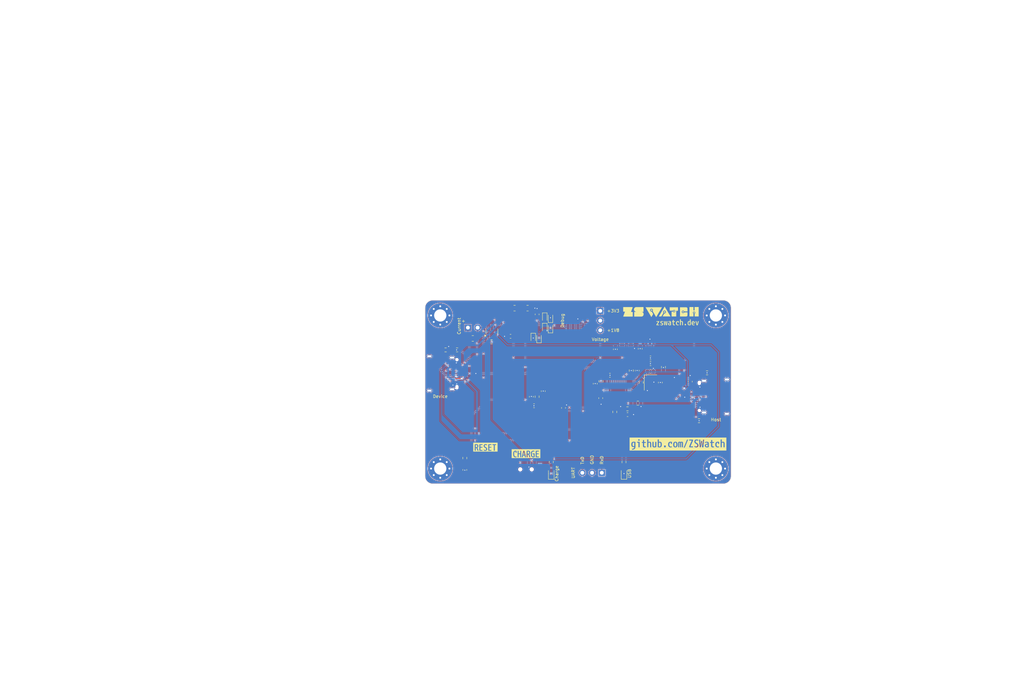
<source format=kicad_pcb>
(kicad_pcb (version 20241229) (generator "pcbnew") (generator_version "9.0")
  (title_block (title "ZSWatch Dock v2") (date "2025-07-24") (rev "2") (company "github.com/ZSWatch/Dock-HW"))
  (layers (0 "F.Cu" signal) (4 "In1.Cu" signal "Inner1") (6 "In2.Cu" signal "Inner2") (2 "B.Cu" signal) (13 "F.Paste" user) (15 "B.Paste" user) (5 "F.SilkS" user "F.Silkscreen") (7 "B.SilkS" user "B.Silkscreen") (1 "F.Mask" user) (3 "B.Mask" user) (25 "Edge.Cuts" user))
  (net 0 "")
  (net 1 "+1V8")
  (net 2 "Net-(IC102-~{RESET})")
  (net 3 "+3V3")
  (net 4 "Net-(D101-K)")
  (net 5 "RESETn")
  (net 6 "V_{BUS}")
  (net 7 "Net-(IC103-BP)")
  (net 8 "GND")
  (net 9 "Net-(IC106-XTAL_{IN})")
  (net 10 "Net-(IC106-XTAL_{OUT})")
  (net 11 "Net-(IC106-~{RESET})")
  (net 12 "Net-(IC106-PLLFILT)")
  (net 13 "Net-(IC106-CRFILT)")
  (net 14 "Net-(D101-A)")
  (net 15 "Net-(D103-A)")
  (net 16 "V_{Watch}")
  (net 17 "Net-(D105-A)")
  (net 18 "USB-1-D-")
  (net 19 "Net-(D107-A)")
  (net 20 "Net-(D108-K)")
  (net 21 "Net-(D108-A)")
  (net 22 "USB-1-D+")
  (net 25 "RESETn_{LV}")
  (net 26 "SWDIO_{LV}")
  (net 27 "SWDCLK_{LV}")
  (net 28 "USB-D-")
  (net 29 "USB-D+")
  (net 31 "USB-2-D+")
  (net 32 "EN_{OC1}")
  (net 33 "USB-2-D-")
  (net 40 "Net-(IC106-SDA{slash}SMBDATA{slash}NON_REM1)")
  (net 41 "Net-(IC106-RBIAS)")
  (net 42 "Net-(IC106-SUSP_IND{slash}LOCAL_PWR{slash}NON_REM0)")
  (net 43 "TxD_{LV}")
  (net 44 "RxD_{LV}")
  (net 46 "Net-(IC106-OCS_{N1})")
  (net 48 "Net-(IC107-VBUS)")
  (net 51 "/D-")
  (net 52 "/D+")
  (net 53 "Net-(IC108-ENB)")
  (net 54 "Net-(Q101-G)")
  (net 55 "Net-(Q101-D)")
  (net 56 "Net-(X103-CC2)")
  (net 57 "Net-(X103-CC1)")
  (net 58 "Net-(X104-CC2)")
  (net 59 "Net-(X104-CC1)")
  (net 66 "/D_{2}-")
  (net 67 "/D_{2}+")
  (net 76 "Net-(IC104-OE)")
  (footprint "kibuzzard-6832BFEF" (layer "F.Cu") (at 151.4 135.1)
    (property "Reference" "kibuzzard-6832BFEF" (hide yes))
    (property "Value" "G***" (hide yes))
  )
  (footprint "Package_SO:SOIC-8_3.9x4.9mm_P1.27mm" (layer "F.Cu") (at 190.8 114.125 -90)
    (property "Reference" "IC108" (hide yes))
    (property "Value" "MIC2026-1xM" (hide yes))
  )
  (footprint "Resistor_SMD:R_0805_2012Metric" (layer "F.Cu") (at 148.4125 97.1)
    (property "Reference" "R103" (hide yes))
    (property "Value" "0R" (hide yes))
  )
  (footprint "Resistor_SMD:R_0603_1608Metric" (layer "F.Cu") (at 198.7 114 180)
    (property "Reference" "R105" (hide yes))
    (property "Value" "5k1" (hide yes))
  )
  (footprint "Capacitor_SMD:C_0603_1608Metric" (layer "F.Cu") (at 161.2 123.15 90)
    (property "Reference" "C106" (hide yes))
    (property "Value" "100n" (hide yes))
  )
  (footprint "Capacitor_SMD:C_0603_1608Metric" (layer "F.Cu") (at 135.425 139.35 -90)
    (property "Reference" "C101" (hide yes))
    (property "Value" "100n" (hide yes))
  )
  (footprint "Resistor_SMD:R_0603_1608Metric" (layer "F.Cu") (at 142.4 105.9)
    (property "Reference" "R117" (hide yes))
    (property "Value" "100k" (hide yes))
  )
  (footprint "Resistor_SMD:R_0603_1608Metric" (layer "F.Cu") (at 177.9 123.4 180)
    (property "Reference" "R112" (hide yes))
    (property "Value" "100k" (hide yes))
  )
  (footprint "Capacitor_SMD:C_0603_1608Metric" (layer "F.Cu") (at 147.3625 104.45 180)
    (property "Reference" "C109" (hide yes))
    (property "Value" "100n" (hide yes))
  )
  (footprint "Resistor_SMD:R_0603_1608Metric" (layer "F.Cu") (at 181.5 116.5 -90)
    (property "Reference" "R109" (hide yes))
    (property "Value" "1M" (hide yes))
  )
  (footprint "Resistor_SMD:R_0603_1608Metric" (layer "F.Cu") (at 133.4 108)
    (property "Reference" "R114" (hide yes))
    (property "Value" "5k1" (hide yes))
  )
  (footprint "Diode_SMD:D_SOD-523" (layer "F.Cu") (at 157.8 99.6 90)
    (property "Reference" "D102" (hide yes))
    (property "Value" "ESD5Zxx" (hide yes))
  )
  (footprint "Resistor_SMD:R_0603_1608Metric" (layer "F.Cu") (at 196.6 126.5 180)
    (property "Reference" "R106" (hide yes))
    (property "Value" "5k1" (hide yes))
  )
  (footprint "kibuzzard-6832BFA7" (layer "F.Cu") (at 140.8 133.4)
    (property "Reference" "kibuzzard-6832BFA7" (hide yes))
    (property "Value" "G***" (hide yes))
  )
  (footprint "Capacitor_SMD:C_0603_1608Metric" (layer "F.Cu") (at 183.925 110.1 180)
    (property "Reference" "C110" (hide yes))
    (property "Value" "1u" (hide yes))
  )
  (footprint "Button_Switch_SMD:SW_SPDT_PCM12" (layer "F.Cu") (at 151.4 138.87)
    (property "Reference" "SW101" (hide yes))
    (property "Value" "Charge" (hide yes))
  )
  (footprint "Capacitor_SMD:C_0603_1608Metric" (layer "F.Cu") (at 155.9 118.775 90)
    (property "Reference" "C104" (hide yes))
    (property "Value" "100n" (hide yes))
  )
  (footprint "Resistor_SMD:R_0603_1608Metric" (layer "F.Cu") (at 171 116.2 -90)
    (property "Reference" "R110" (hide yes))
    (property "Value" "100k" (hide yes))
  )
  (footprint "Connector_PinHeader_2.54mm:PinHeader_1x03_P2.54mm_Vertical" (layer "F.Cu") (at 170.8 97.8)
    (property "Reference" "J102" (hide yes))
    (property "Value" "Voltage")
  )
  (footprint "Resistor_SMD:R_0603_1608Metric" (layer "F.Cu") (at 177 137.3 90)
    (property "Reference" "R107" (hide yes))
    (property "Value" "1k" (hide yes))
  )
  (footprint "Capacitor_SMD:C_0603_1608Metric" (layer "F.Cu") (at 152.8 120.225 90)
    (property "Reference" "C103" (hide yes))
    (property "Value" "100n" (hide yes))
  )
  (footprint "kibuzzard-68303879" (layer "F.Cu") (at 191.1 132.6)
    (property "Reference" "kibuzzard-68303879" (hide yes))
    (property "Value" "G***" (hide yes))
  )
  (footprint "Capacitor_SMD:C_0603_1608Metric" (layer "F.Cu") (at 174.75 107.85 90)
    (property "Reference" "C102" (hide yes))
    (property "Value" "2u2" (hide yes))
  )
  (footprint "Diode_SMD:D_SOD-523" (layer "F.Cu") (at 156.3 99.6 -90)
    (property "Reference" "D101" (hide yes))
    (property "Value" "ESD5Zxx" (hide yes))
  )
  (footprint "Resistor_SMD:R_0603_1608Metric" (layer "F.Cu") (at 187.3 112.5 -90)
    (property "Reference" "R119" (hide yes))
    (property "Value" "100k" (hide yes))
  )
  (footprint "Capacitor_SMD:C_0603_1608Metric" (layer "F.Cu") (at 186.5 116.525 -90)
    (property "Reference" "C113" (hide yes))
    (property "Value" "18p" (hide yes))
  )
  (footprint "Resistor_SMD:R_0805_2012Metric" (layer "F.Cu") (at 151.8125 97.1)
    (property "Reference" "R104" (hide yes))
    (property "Value" "0R" (hide yes))
  )
  (footprint "Package_TO_SOT_SMD:SOT-23-5" (layer "F.Cu") (at 177.65 107.625 180)
    (property "Reference" "IC101" (hide yes))
    (property "Value" "TLV70218_SOT23-5" (hide yes))
  )
  (footprint "Resistor_SMD:R_0603_1608Metric" (layer "F.Cu") (at 130.4 108)
    (property "Reference" "R113" (hide yes))
    (property "Value" "5k1" (hide yes))
  )
  (footprint "Package_DFN_QFN:QFN-16-1EP_4x4mm_P0.65mm_EP2.1x2.1mm" (layer "F.Cu") (at 157.775 122.925 180)
    (property "Reference" "IC102" (hide yes))
    (property "Value" "FT230XQ" (hide yes))
  )
  (footprint "Package_TO_SOT_SMD:SOT-666" (layer "F.Cu") (at 136.674999 114.1625 180)
    (property "Reference" "IC107" (hide yes))
    (property "Value" "USBLC6-2P6" (hide yes))
  )
  (footprint "MountingHole:MountingHole_3.2mm_M3_Pad_Via" (layer "F.Cu") (at 129 139)
    (property "Reference" "REF**" (hide yes))
    (property "Value" "MountingHole_3.2mm_M3_Pad_Via" (hide yes))
  )
  (footprint "Diode_SMD:D_SOD-523" (layer "F.Cu") (at 156.3 102.3 -90)
    (property "Reference" "D104" (hide yes))
    (property "Value" "ESD5Zxx" (hide yes))
  )
  (footprint "Connector_USB:USB_C_Receptacle_Amphenol_12401610E4-2A" (layer "F.Cu") (at 201.025 120.22 90)
    (property "Reference" "X103" (hide yes))
    (property "Value" "Host")
  )
  (footprint "Resistor_SMD:R_0603_1608Metric" (layer "F.Cu") (at 180.625 121.9)
    (property "Reference" "R108" (hide yes))
    (property "Value" "100k" (hide yes))
  )
  (footprint "Resistor_SMD:R_0603_1608Metric" (layer "F.Cu") (at 174.6 124.2 90)
    (property "Reference" "R111" (hide yes))
    (property "Value" "100k" (hide yes))
  )
  (footprint "Diode_SMD:D_SOD-523" (layer "F.Cu") (at 157.8 102.3 90)
    (property "Reference" "D103" (hide yes))
    (property "Value" "ESD5Zxx" (hide yes))
  )
  (footprint "Wuerth:WS-TASV-6x6" (layer "F.Cu") (at 141.125 137.85)
    (property "Reference" "S101" (hide yes))
    (property "Value" "Reset" (hide yes))
  )
  (footprint "Capacitor_SMD:C_0603_1608Metric" (layer "F.Cu") (at 170.925 120.6 -90)
    (property "Reference" "C115" (hide yes))
    (property "Value" "100n" (hide yes))
  )
  (footprint "Capacitor_SMD:C_0603_1608Metric" (layer "F.Cu") (at 183.9 113.625 180)
    (property "Reference" "C112" (hide yes))
    (property "Value" "18p" (hide yes))
  )
  (footprint "Capacitor_SMD:C_0603_1608Metric" (layer "F.Cu") (at 177.925 124.9)
    (property "Reference" "C114" (hide yes))
    (property "Value" "100n" (hide yes))
  )
  (footprint "Package_TO_SOT_SMD:SOT-23-5" (layer "F.Cu") (at 183.775 107.2625 -90)
    (property "Reference" "IC103" (hide yes))
    (property "Value" "MIC5219-3.3YM5" (hide yes))
  )
  (footprint "Diode_SMD:D_SOD-523" (layer "F.Cu") (at 153.3 104.9 -90)
    (property "Reference" "D106" (hide yes))
    (property "Value" "ESD5Zxx" (hide yes))
  )
  (footprint "Package_TO_SOT_SMD:SOT-23" (layer "F.Cu") (at 142.5 103.1375 90)
    (property "Reference" "Q101" (hide yes))
    (property "Value" "BSH205G2AR" (hide yes))
  )
  (footprint "MountingHole:MountingHole_3.2mm_M3_Pad_Via" (layer "F.Cu") (at 201 139)
    (property "Reference" "REF**" (hide yes))
    (property "Value" "MountingHole_3.2mm_M3_Pad_Via" (hide yes))
  )
  (footprint "Resistor_SMD:R_0603_1608Metric" (layer "F.Cu") (at 135.425 136.25 -90)
    (property "Reference" "R101" (hide yes))
    (property "Value" "100k" (hide yes))
  )
  (footprint "Package_SO:TSSOP-14_4.4x5mm_P0.65mm" (layer "F.Cu") (at 149.6625 100.85)
    (property "Reference" "IC104" (hide yes))
    (property "Value" "NL3V4T244MU2TAG-Q" (hide yes))
  )
  (footprint "kibuzzard-68304463" (layer "F.Cu") (at 191 100.8)
    (property "Reference" "kibuzzard-68304463" (hide yes))
    (property "Value" "G***" (hide yes))
  )
  (footprint "Capacitor_SMD:C_0603_1608Metric" (layer "F.Cu") (at 183.925 111.6 180)
    (property "Reference" "C111" (hide yes))
    (property "Value" "2u2" (hide yes))
  )
  (footprint "Capacitor_SMD:C_0603_1608Metric" (layer "F.Cu") (at 173.325 114.625)
    (property "Reference" "C116" (hide yes))
    (property "Value" "100n" (hide yes))
  )
  (footprint "Capacitor_SMD:C_0603_1608Metric" (layer "F.Cu") (at 153.5 122.6 180)
    (property "Reference" "C105" (hide yes))
    (property "Value" "100n" (hide yes))
  )
  (footprint "Diode_SMD:D_SOD-523" (layer "F.Cu") (at 154.8 104.9 90)
    (property "Reference" "D105" (hide yes))
    (property "Value" "ESD5Zxx" (hide yes))
  )
  (footprint "footprints:Logo" (layer "F.Cu") (at 186.558797 97.981666)
    (property "Reference" "G***" (hide yes))
    (property "Value" "LOGO" (hide yes))
  )
  (footprint "Capacitor_SMD:C_0603_1608Metric" (layer "F.Cu") (at 180.425 113.4 90)
    (property "Reference" "C117" (hide yes))
    (property "Value" "100n" (hide yes))
  )
  (footprint "Connector_PinHeader_2.54mm:PinHeader_1x02_P2.54mm_Horizontal" (layer "F.Cu") (at 136.225 102.185 90)
    (property "Reference" "X105" (hide yes))
    (property "Value" "Current")
  )
  (footprint "Resistor_SMD:R_0805_2012Metric" (layer "F.Cu") (at 137.5 105 180)
    (property "Reference" "R115" (hide yes))
    (property "Value" "0R" (hide yes))
  )
  (footprint "Capacitor_SMD:C_0603_1608Metric" (layer "F.Cu") (at 194.3 116.275 90)
    (property "Reference" "C119" (hide yes))
    (property "Value" "100n" (hide yes))
  )
  (footprint "MountingHole:MountingHole_3.2mm_M3_Pad_Via" (layer "F.Cu") (at 201 99)
    (property "Reference" "REF**" (hide yes))
    (property "Value" "MountingHole_3.2mm_M3_Pad_Via" (hide yes))
  )
  (footprint "Resistor_SMD:R_0603_1608Metric" (layer "F.Cu") (at 158 137.3 90)
    (property "Reference" "R118" (hide yes))
    (property "Value" "620R" (hide yes))
  )
  (footprint "Crystal:Crystal_SMD_Abracon_ABM8G-4Pin_3.2x2.5mm" (layer "F.Cu") (at 183.95 116.525 -90)
    (property "Reference" "Y101" (hide yes))
    (property "Value" "24 MHz" (hide yes))
  )
  (footprint "Capacitor_SMD:C_0603_1608Metric" (layer "F.Cu") (at 181.225 107.7 90)
    (property "Reference" "C108" (hide yes))
    (property "Value" "470p" (hide yes))
  )
  (footprint "Connector_PinHeader_2.54mm:PinHeader_1x03_P2.54mm_Vertical" (layer "F.Cu") (at 171.2 140.1 -90)
    (property "Reference" "X102" (hide yes))
    (property "Value" "UART")
  )
  (footprint "LED_SMD:LED_0603_1608Metric" (layer "F.Cu") (at 177 140.3 90)
    (property "Reference" "D107" (hide yes))
    (property "Value" "USB")
  )
  (footprint "Package_DFN_QFN:QFN-36-1EP_6x6mm_P0.5mm_EP3.7x3.7mm" (layer "F.Cu") (at 175.4625 119 -90)
    (property "Reference" "IC106" (hide yes))
    (property "Value" "USB2512BT" (hide yes))
  )
  (footprint "LED_SMD:LED_0603_1608Metric" (layer "F.Cu") (at 158 140.3 90)
    (property "Reference" "D108" (hide yes))
    (property "Value" "Charge")
  )
  (footprint "Resistor_SMD:R_0603_1608Metric" (layer "F.Cu") (at 154.3 120.225 -90)
    (property "Reference" "R102" (hide yes))
    (property "Value" "100k" (hide yes))
  )
  (footprint "Capacitor_SMD:C_0603_1608Metric" (layer "F.Cu") (at 154.3 98.725 90)
    (property "Reference" "C107" (hide yes))
    (property "Value" "100n" (hide yes))
  )
  (footprint "Package_TO_SOT_SMD:SOT-666" (layer "F.Cu") (at 193.1 120.3625)
    (property "Reference" "IC105" (hide yes))
    (property "Value" "USBLC6-2P6" (hide yes))
  )
  (footprint "Resistor_SMD:R_0603_1608Metric" (layer "F.Cu") (at 178.9 113.4 90)
    (property "Reference" "R116" (hide yes))
    (property "Value" "12k / 1%" (hide yes))
  )
  (footprint "MountingHole:MountingHole_3.2mm_M3_Pad_Via" (layer "F.Cu") (at 129 99)
    (property "Reference" "REF**" (hide yes))
    (property "Value" "MountingHole_3.2mm_M3_Pad_Via" (hide yes))
  )
  (footprint "Connector_USB:USB_C_Receptacle_Amphenol_12401610E4-2A" (layer "F.Cu") (at 129 114.145 -90)
    (property "Reference" "X104" (hide yes))
    (property "Value" "Device")
  )
  (footprint "Samtec:SHF-105-01-L-D-SM-TR" (layer "F.Cu") (at 164.923 100.35 -90)
    (property "Reference" "X101" (hide yes))
    (property "Value" "Debug")
  )
  (footprint "Capacitor_SMD:C_0603_1608Metric" (layer "F.Cu") (at 169.475 116.825 90)
    (property "Reference" "C118" (hide yes))
    (property "Value" "100n" (hide yes))
  )
  (gr_rect (start 193.4 139.2) (end 195.2 141) (stroke (width 0.2)) (fill no) (layer "F.Cu"))
  (gr_arc (start 127 143) (mid 125.585786 142.414214) (end 125 141) (stroke (width 0.05)) (layer "Edge.Cuts"))
  (gr_line (start 125 141) (end 125 97) (stroke (width 0.05)) (layer "Edge.Cuts"))
  (gr_line (start 203 143) (end 127 143) (stroke (width 0.05)) (layer "Edge.Cuts"))
  (gr_arc (start 205 141) (mid 204.414214 142.414214) (end 203 143) (stroke (width 0.05)) (layer "Edge.Cuts"))
  (gr_arc (start 203 95) (mid 204.414214 95.585786) (end 205 97) (stroke (width 0.05)) (layer "Edge.Cuts"))
  (gr_line (start 127 95) (end 203 95) (stroke (width 0.05)) (layer "Edge.Cuts"))
  (gr_line (start 205 97) (end 205 141) (stroke (width 0.05)) (layer "Edge.Cuts"))
  (gr_arc (start 125 97) (mid 125.585786 95.585786) (end 127 95) (stroke (width 0.05)) (layer "Edge.Cuts"))
  (gr_text "${REVISION}" (at 194.3 140.1 0) (layer "F.Cu") (effects (font (size 0.8 0.8) (thickness 0.12))))
  (gr_text "+1V8" (at 172.5 102.88 0) (layer "F.SilkS") (effects (font (size 0.8 0.8) (thickness 0.12)) (justify left)))
  (gr_text "+3V3" (at 172.5 97.8 0) (layer "F.SilkS") (effects (font (size 0.8 0.8) (thickness 0.12)) (justify left)))
  (gr_text "GND" (at 168.66 138 90) (layer "F.SilkS") (effects (font (size 0.8 0.8) (thickness 0.12)) (justify left)))
  (gr_text "TxD" (at 166.12 138 90) (layer "F.SilkS") (effects (font (size 0.8 0.8) (thickness 0.12)) (justify left)))
  (gr_text "+" (at 135 100.5 90) (layer "F.SilkS") (effects (font (size 0.8 0.8) (thickness 0.12))))
  (gr_text "RxD" (at 171.2 138 90) (layer "F.SilkS") (effects (font (size 0.8 0.8) (thickness 0.12)) (justify left)))
  (segment (start 176.5 110) (end 176.5125 109.9875) (width 0.2) (layer "F.Cu") (net 1))
  (segment (start 159.75 123.925) (end 159.725 123.9) (width 0.2) (layer "F.Cu") (net 1))
  (segment (start 148.1375 99.2375) (end 147.8 98.9) (width 0.2) (layer "F.Cu") (net 1))
  (segment (start 176.5125 108.575) (end 175.525 108.575) (width 0.2) (layer "F.Cu") (net 1))
  (segment (start 176.5125 109.9875) (end 176.5125 108.575) (width 0.2) (layer "F.Cu") (net 1))
  (segment (start 148.3 98.4) (end 148.3 97.9) (width 0.2) (layer "F.Cu") (net 1))
  (segment (start 147.8 98.9) (end 146.8 98.9) (width 0.2) (layer "F.Cu") (net 1))
  (segment (start 148.1375 104.45) (end 148.1375 99.2375) (width 0.2) (layer "F.Cu") (net 1))
  (segment (start 161.2 123.925) (end 166.25 123.925) (width 0.2) (layer "F.Cu") (net 1))
  (segment (start 147.8 98.9) (end 148.3 98.4) (width 0.2) (layer "F.Cu") (net 1))
  (segment (start 166.25 123.925) (end 166.275 123.9) (width 0.2) (layer "F.Cu") (net 1))
  (segment (start 148.1375 110) (end 148.1375 104.45) (width 0.2) (layer "F.Cu") (net 1))
  (segment (start 175.475 108.625) (end 174.75 108.625) (width 0.2) (layer "F.Cu") (net 1))
  (segment (start 175.525 108.575) (end 175.475 108.625) (width 0.2) (layer "F.Cu") (net 1))
  (segment (start 148.3 97.9) (end 147.5 97.1) (width 0.2) (layer "F.Cu") (net 1))
  (segment (start 161.2 123.925) (end 159.75 123.925) (width 0.2) (layer "F.Cu") (net 1))
  (segment (start 170.8 102.88) (end 170.8 110) (width 0.2) (layer "F.Cu") (net 1))
  (via (at 148.1375 110) (size 0.45) (drill 0.25) (layers "F.Cu" "B.Cu") (net 1))
  (via (at 176.5 110) (size 0.45) (drill 0.25) (layers "F.Cu" "B.Cu") (net 1))
  (via (at 170.8 110) (size 0.45) (drill 0.25) (layers "F.Cu" "B.Cu") (net 1))
  (via (at 166.275 123.925) (size 0.45) (drill 0.25) (layers "F.Cu" "B.Cu") (net 1))
  (segment (start 176.5 110) (end 170.8 110) (width 0.2) (layer "B.Cu") (net 1))
  (segment (start 170.2 110) (end 170 110) (width 0.2) (layer "B.Cu") (net 1))
  (segment (start 170 110) (end 166.275 113.725) (width 0.2) (layer "B.Cu") (net 1))
  (segment (start 170.8 110) (end 170.2 110) (width 0.2) (layer "B.Cu") (net 1))
  (segment (start 170 110) (end 148.1375 110) (width 0.2) (layer "B.Cu") (net 1))
  (segment (start 166.275 113.725) (end 166.275 123.925) (width 0.2) (layer "B.Cu") (net 1))
  (segment (start 155.825 121.675) (end 155.2 121.05) (width 0.2) (layer "F.Cu") (net 2))
  (segment (start 154.25 121) (end 154.3 121.05) (width 0.2) (layer "F.Cu") (net 2))
  (segment (start 152.8 121) (end 154.25 121) (width 0.2) (layer "F.Cu") (net 2))
  (segment (start 155.825 121.95) (end 155.825 121.675) (width 0.2) (layer "F.Cu") (net 2))
  (segment (start 155.2 121.05) (end 154.3 121.05) (width 0.2) (layer "F.Cu") (net 2))
  (segment (start 172.525 114.65) (end 172.55 114.625) (width 0.2) (layer "F.Cu") (net 3))
  (segment (start 184.725 110.075) (end 184.7 110.1) (width 0.2) (layer "F.Cu") (net 3))
  (segment (start 184.725 108.4) (end 184.725 110.075) (width 0.2) (layer "F.Cu") (net 3))
  (segment (start 172.55 114.45) (end 172.55 114.625) (width 0.2) (layer "F.Cu") (net 3))
  (segment (start 156.8 120.975) (end 156.175 120.975) (width 0.2) (layer "F.Cu") (net 3))
  (segment (start 171.925 119.5) (end 171.6 119.825) (width 0.2) (layer "F.Cu") (net 3))
  (segment (start 184.7 110.1) (end 184.7 111.6) (width 0.2) (layer "F.Cu") (net 3))
  (segment (start 155.9 120.7) (end 155.9 119.55) (width 0.2) (layer "F.Cu") (net 3))
  (segment (start 172.525 117) (end 172.525 114.65) (width 0.2) (layer "F.Cu") (net 3))
  (segment (start 172.525 119.5) (end 171.925 119.5) (width 0.2) (layer "F.Cu") (net 3))
  (segment (start 155.825 122.6) (end 154.275 122.6) (width 0.2) (layer "F.Cu") (net 3))
  (segment (start 171.6 119.825) (end 170.925 119.825) (width 0.2) (layer "F.Cu") (net 3))
  (segment (start 156.175 120.975) (end 155.9 120.7) (width 0.2) (layer "F.Cu") (net 3))
  (segment (start 167.2 96.6) (end 167.48 96.88) (width 0.2) (layer "F.Cu") (net 4))
  (segment (start 154.3 99.5) (end 153.7 99.5) (width 0.2) (layer "F.Cu") (net 4))
  (segment (start 157.8 103) (end 157.8 102.3) (width 0.2) (layer "F.Cu") (net 4))
  (segment (start 154.8 105.6) (end 154.8 104.9) (width 0.2) (layer "F.Cu") (net 4))
  (segment (start 167.48 96.88) (end 167.48 98.4) (width 0.2) (layer "F.Cu") (net 4))
  (segment (start 167.5 100.4) (end 167.48 100.38) (width 0.2) (layer "F.Cu") (net 4))
  (segment (start 168.86 98.4) (end 170.8 100.34) (width 0.2) (layer "F.Cu") (net 4))
  (segment (start 153.7 99.5) (end 153.65 99.55) (width 0.2) (layer "F.Cu") (net 4))
  (segment (start 154.3 100.3) (end 154.3 99.5) (width 0.2) (layer "F.Cu") (net 4))
  (segment (start 156.1 99.5) (end 156.3 99.3) (width 0.2) (layer "F.Cu") (net 4))
  (segment (start 167.48 100.38) (end 167.48 98.4) (width 0.2) (layer "F.Cu") (net 4))
  (segment (start 153.65 99.55) (end 152.525 99.55) (width 0.2) (layer "F.Cu") (net 4))
  (segment (start 153.55 99.55) (end 152.525 99.55) (width 0.2) (layer "F.Cu") (net 4))
  (segment (start 167.48 98.4) (end 168.86 98.4) (width 0.2) (layer "F.Cu") (net 4))
  (segment (start 156.3 99.3) (end 156.3 98.9) (width 0.2) (layer "F.Cu") (net 4))
  (segment (start 156.3 98.9) (end 156.3 96.9) (width 0.2) (layer "F.Cu") (net 4))
  (segment (start 154.3 99.5) (end 154.9 99.5) (width 0.2) (layer "F.Cu") (net 4))
  (segment (start 156.3 96.9) (end 156.6 96.6) (width 0.2) (layer "F.Cu") (net 4))
  (segment (start 154.9 99.5) (end 156.1 99.5) (width 0.2) (layer "F.Cu") (net 4))
  (segment (start 156.6 96.6) (end 167.2 96.6) (width 0.2) (layer "F.Cu") (net 4))
  (via (at 154.8 104.9) (size 0.45) (drill 0.25) (layers "F.Cu" "B.Cu") (net 4))
  (via (at 154.3 100.3) (size 0.45) (drill 0.25) (layers "F.Cu" "B.Cu") (net 4))
  (via (at 157.8 102.3) (size 0.45) (drill 0.25) (layers "F.Cu" "B.Cu") (net 4))
  (via (at 167.5 100.4) (size 0.45) (drill 0.25) (layers "F.Cu" "B.Cu") (net 4))
  (segment (start 154.8 100.8) (end 154.8 103.4) (width 0.2) (layer "B.Cu") (net 4))
  (segment (start 157.8 102.3) (end 165.6 102.3) (width 0.2) (layer "B.Cu") (net 4))
  (segment (start 157.8 102.3) (end 155.9 102.3) (width 0.2) (layer "B.Cu") (net 4))
  (segment (start 154.3 100.3) (end 154.8 100.8) (width 0.2) (layer "B.Cu") (net 4))
  (segment (start 165.6 102.3) (end 167.5 100.4) (width 0.2) (layer "B.Cu") (net 4))
  (segment (start 155.9 102.3) (end 154.8 103.4) (width 0.2) (layer "B.Cu") (net 4))
  (segment (start 154.8 103.4) (end 154.8 104.9) (width 0.2) (layer "B.Cu") (net 4))
  (segment (start 151.2 112.5) (end 151.2 100.9) (width 0.2) (layer "F.Cu") (net 5))
  (segment (start 141.4 121) (end 151.2 121) (width 0.2) (layer "F.Cu") (net 5))
  (segment (start 135.425 137.075) (end 135.425 138.575) (width 0.2) (layer "F.Cu") (net 5))
  (segment (start 137.15 138.1) (end 136.675 138.575) (width 0.2) (layer "F.Cu") (net 5))
  (segment (start 137.15 135.6) (end 137.15 138.1) (width 0.2) (layer "F.Cu") (net 5))
  (segment (start 136.675 138.575) (end 135.425 138.575) (width 0.2) (layer "F.Cu") (net 5))
  (segment (start 151.2 100.9) (end 151.9 100.2) (width 0.2) (layer "F.Cu") (net 5))
  (segment (start 151.9 100.2) (end 152.525 100.2) (width 0.2) (layer "F.Cu") (net 5))
  (segment (start 137.15 125.25) (end 141.4 121) (width 0.2) (layer "F.Cu") (net 5))
  (segment (start 137.15 135.6) (end 137.15 125.25) (width 0.2) (layer "F.Cu") (net 5))
  (via (at 151.2 121) (size 0.45) (drill 0.25) (layers "F.Cu" "B.Cu") (net 5))
  (via (at 151.2 112.5) (size 0.45) (drill 0.25) (layers "F.Cu" "B.Cu") (net 5))
  (segment (start 151.2 112.5) (end 151.2 121) (width 0.2) (layer "B.Cu") (net 5))
  (segment (start 194.6 118.97) (end 194.6 118.6) (width 0.2) (layer "F.Cu") (net 6))
  (segment (start 197.12 121.72) (end 196.87 121.47) (width 0.2) (layer "F.Cu") (net 6))
  (segment (start 177.899 106.951) (end 178.175 106.675) (width 0.2) (layer "F.Cu") (net 6))
  (segment (start 184.725 104.575) (end 185.3 104) (width 0.2) (layer "F.Cu") (net 6))
  (segment (start 178.175 106.675) (end 178.7875 106.675) (width 0.2) (layer "F.Cu") (net 6))
  (segment (start 178.7875 106.675) (end 178.7875 104.8125) (width 0.2) (layer "F.Cu") (net 6))
  (segment (start 194.025 120.3625) (end 194.6 120.3625) (width 0.2) (layer "F.Cu") (net 6))
  (segment (start 178.7875 104.8125) (end 179.6 104) (width 0.2) (layer "F.Cu") (net 6))
  (segment (start 178.1 121.9375) (end 177.4625 121.9375) (width 0.2) (layer "F.Cu") (net 6))
  (segment (start 196.77 118.97) (end 196.005 118.97) (width 0.2) (layer "F.Cu") (net 6))
  (segment (start 177.899 108.349) (end 177.899 106.951) (width 0.2) (layer "F.Cu") (net 6))
  (segment (start 178.85 106.675) (end 178.524 106.675) (width 0.2) (layer "F.Cu") (net 6))
  (segment (start 184.725 106.7) (end 184.4115 107.0135) (width 0.2) (layer "F.Cu") (net 6))
  (segment (start 192.27 118.97) (end 194.6 118.97) (width 0.2) (layer "F.Cu") (net 6))
  (segment (start 178.85 108.575) (end 178.498 108.575) (width 0.2) (layer "F.Cu") (net 6))
  (segment (start 191.435 116.6) (end 191.435 118.135) (width 0.2) (layer "F.Cu") (net 6))
  (segment (start 195.3 106.075) (end 195.3 116.125) (width 0.2) (layer "F.Cu") (net 6))
  (segment (start 196.87 121.47) (end 196.005 121.47) (width 0.2) (layer "F.Cu") (net 6))
  (segment (start 197.02 119.22) (end 196.77 118.97) (width 0.2) (layer "F.Cu") (net 6))
  (segment (start 197.705 121.72) (end 197.12 121.72) (width 0.2) (layer "F.Cu") (net 6))
  (segment (start 179.6 104) (end 185.3 104) (width 0.2) (layer "F.Cu") (net 6))
  (segment (start 182.825 106.787499) (end 182.825 106.125) (width 0.2) (layer "F.Cu") (net 6))
  (segment (start 183.051001 107.0135) (end 182.825 106.787499) (width 0.2) (layer "F.Cu") (net 6))
  (segment (start 194.3 118.3) (end 194.3 117.1) (width 0.2) (layer "F.Cu") (net 6))
  (segment (start 184.725 106.125) (end 184.725 106.7) (width 0.2) (layer "F.Cu") (net 6))
  (segment (start 178.7875 108.575) (end 178.125 108.575) (width 0.2) (layer "F.Cu") (net 6))
  (segment (start 194.6 118.97) (end 196.005 118.97) (width 0.2) (layer "F.Cu") (net 6))
  (segment (start 193.3 104) (end 195.3 106) (width 0.2) (layer "F.Cu") (net 6))
  (segment (start 196.005 121.47) (end 194.6 121.47) (width 0.2) (layer "F.Cu") (net 6))
  (segment (start 195.3 116.05) (end 194.3 117.05) (width 0.2) (layer "F.Cu") (net 6))
  (segment (start 194.6 118.6) (end 194.3 118.3) (width 0.2) (layer "F.Cu") (net 6))
  (segment (start 185.3 104) (end 193.3 104) (width 0.2) (layer "F.Cu") (net 6))
  (segment (start 191.435 118.135) (end 192.27 118.97) (width 0.2) (layer "F.Cu") (net 6))
  (segment (start 184.725 106.125) (end 184.725 104.575) (width 0.2) (layer "F.Cu") (net 6))
  (segment (start 184.4115 107.0135) (end 183.051001 107.0135) (width 0.2) (layer "F.Cu") (net 6))
  (segment (start 197.705 119.22) (end 197.02 119.22) (width 0.2) (layer "F.Cu") (net 6))
  (segment (start 178.125 108.575) (end 177.899 108.349) (width 0.2) (layer "F.Cu") (net 6))
  (via (at 194.6 120.3625) (size 0.45) (drill 0.25) (layers "F.Cu" "B.Cu") (net 6))
  (via (at 194.6 121.47) (size 0.45) (drill 0.25) (layers "F.Cu" "B.Cu") (net 6))
  (via (at 194.6 118.97) (size 0.45) (drill 0.25) (layers "F.Cu" "B.Cu") (net 6))
  (via (at 178.1 121.9375) (size 0.45) (drill 0.25) (layers "F.Cu" "B.Cu") (net 6))
  (segment (start 194.6 120.3625) (end 194.6 121.47) (width 0.2) (layer "B.Cu") (net 6))
  (segment (start 194.6 118.97) (end 194.6 120.3625) (width 0.2) (layer "B.Cu") (net 6))
  (segment (start 194.1325 121.9375) (end 194.6 121.47) (width 0.2) (layer "B.Cu") (net 6))
  (segment (start 178.1 121.9375) (end 194.1325 121.9375) (width 0.2) (layer "B.Cu") (net 6))
  (segment (start 182.25 108.475) (end 181.225 108.475) (width 0.2) (layer "F.Cu") (net 7))
  (segment (start 182.325 108.4) (end 182.25 108.475) (width 0.2) (layer "F.Cu") (net 7))
  (segment (start 182.825 108.4) (end 182.325 108.4) (width 0.2) (layer "F.Cu") (net 7))
  (segment (start 174.75 107.075) (end 174.75 107.825) (width 0.2) (layer "F.Cu") (net 8))
  (segment (start 166.21 98.4) (end 164.94 98.4) (width 0.2) (layer "F.Cu") (net 8))
  (segment (start 194.3 114.7) (end 194.3 115.5) (width 0.2) (layer "F.Cu") (net 8))
  (segment (start 152.725 122.6) (end 153.475 122.6) (width 0.2) (layer "F.Cu") (net 8))
  (segment (start 153.3 105.6) (end 153.3 104.9) (width 0.2) (layer "F.Cu") (net 8))
  (segment (start 135.425 139.425) (end 135.425 140.125) (width 0.2) (layer "F.Cu") (net 8))
  (segment (start 184.8 115.425) (end 184.8 116.425) (width 0.2) (layer "F.Cu") (net 8))
  (segment (start 155.9 118) (end 155.9 118.75) (width 0.2) (layer "F.Cu") (net 8))
  (segment (start 160.475 122.375) (end 161.2 122.375) (width 0.2) (layer "F.Cu") (net 8))
  (segment (start 160.25 122.6) (end 160.475 122.375) (width 0.2) (layer "F.Cu") (net 8))
  (segment (start 132.32 117.2) (end 132.32 116.645) (width 0.2) (layer "F.Cu") (net 8))
  (segment (start 175.4625 119) (end 174.025 119) (width 0.2) (layer "F.Cu") (net 8))
  (segment (start 181.225 106.925) (end 181.225 107.675) (width 0.2) (layer "F.Cu") (net 8))
  (segment (start 175.9625 121.9375) (end 176.4625 121.9375) (width 0.2) (layer "F.Cu") (net 8))
  (segment (start 183.15 111.6) (end 183.9 111.6) (width 0.2) (layer "F.Cu") (net 8))
  (segment (start 196.005 122.97) (end 196.87 122.97) (width 0.2) (layer "F.Cu") (net 8))
  (segment (start 197.12 123.22) (end 197.705 123.22) (width 0.2) (layer "F.Cu") (net 8))
  (segment (start 157.8 98.9) (end 157.8 99.6) (width 0.2) (layer "F.Cu") (net 8))
  (segment (start 158.725 122.925) (end 157.775 122.925) (width 0.2) (layer "F.Cu") (net 8))
  (segment (start 178.9 112.575) (end 178.9 113.4) (width 0.2) (layer "F.Cu") (net 8))
  (segment (start 175.4625 120.3375) (end 175.4625 119) (width 0.2) (layer "F.Cu") (net 8))
  (segment (start 183.15 110.1) (end 183.9 110.1) (width 0.2) (layer "F.Cu") (net 8))
  (segment (start 137.15 140.1) (end 135.45 140.1) (width 0.2) (layer "F.Cu") (net 8))
  (segment (start 146.8 103.2) (end 146.5875 103.4125) (width 0.2) (layer "F.Cu") (net 8))
  (segment (start 152.8 119.45) (end 152.8 120.15) (width 0.2) (layer "F.Cu") (net 8))
  (segment (start 196.005 117.47) (end 196.57 117.47) (width 0.2) (layer "F.Cu") (net 8))
  (segment (start 132.945 111.145) (end 132.32 111.145) (width 0.2) (layer "F.Cu") (net 8))
  (segment (start 164.94 98.4) (end 164.94 99.9) (width 0.2) (layer "F.Cu") (net 8))
  (segment (start 180.425 112.625) (end 180.425 113.375) (width 0.2) (layer "F.Cu") (net 8))
  (segment (start 133.305 116.895) (end 133.3 116.9) (width 0.2) (layer "F.Cu") (net 8))
  (segment (start 131.2 107.975) (end 131.2 107.1) (width 0.2) (layer "F.Cu") (net 8))
  (segment (start 177 141.1) (end 177 140.3125) (width 0.2) (layer "F.Cu") (net 8))
  (segment (start 159.725 122.6) (end 160.25 122.6) (width 0.2) (layer "F.Cu") (net 8))
  (segment (start 152.15 138.6) (end 152.15 137.44) (width 0.2) (layer "F.Cu") (net 8))
  (segment (start 178.7 124.9) (end 179.5 124.9) (width 0.2) (layer "F.Cu") (net 8))
  (segment (start 197.875 114) (end 198.7 114) (width 0.2) (layer "F.Cu") (net 8))
  (segment (start 159.725 122.6) (end 159.05 122.6) (width 0.2) (layer "F.Cu") (net 8))
  (segment (start 196.87 122.97) (end 197.12 123.22) (width 0.2) (layer "F.Cu") (net 8))
  (segment (start 183.775 105.2) (end 183.775 106.125) (width 0.2) (layer "F.Cu") (net 8))
  (segment (start 184.675 112.825) (end 184.675 113.625) (width 0.2) (layer "F.Cu") (net 8))
  (segment (start 196.57 117.47) (end 196.82 117.72) (width 0.2) (layer "F.Cu") (net 8))
  (segment (start 154.3 97.2) (end 154.3 97.95) (width 0.2) (layer "F.Cu") (net 8))
  (segment (start 171.025 121.475) (end 171.025 122.2) (width 0.2) (layer "F.Cu") (net 8))
  (segment (start 133.195 111.395) (end 132.945 111.145) (width 0.2) (layer "F.Cu") (net 8))
  (segment (start 135.45 140.1) (end 135.425 140.125) (width 0.2) (layer "F.Cu") (net 8))
  (segment (start 133.2 111.395) (end 133.195 111.395) (width 0.2) (layer "F.Cu") (net 8))
  (segment (start 192.8625 120.3625) (end 192.175 120.3625) (width 0.2) (layer "F.Cu") (net 8))
  (segment (start 134.02 116.895) (end 133.305 116.895) (width 0.2) (layer "F.Cu") (net 8))
  (segment (start 183.1 117.625) (end 183.1 118.625) (width 0.2) (layer "F.Cu") (net 8))
  (segment (start 156.3 103) (end 156.9 103) (width 0.2) (layer "F.Cu") (net 8))
  (segment (start 157.775 123.475) (end 157.775 122.925) (width 0.2) (layer "F.Cu") (net 8))
  (segment (start 172.525 120) (end 174.4625 120) (width 0.2) (layer "F.Cu") (net 8))
  (segment (start 169.475 116.05) (end 169.475 116.8) (width 0.2) (layer "F.Cu") (net 8))
  (segment (start 162 122.375) (end 161.2 122.375) (width 0.2) (layer "F.Cu") (net 8))
  (segment (start 176.4625 121.9375) (end 176.4625 121.3375) (width 0.2) (layer "F.Cu") (net 8))
  (segment (start 174.4625 120) (end 175.4625 119) (width 0.2) (layer "F.Cu") (net 8))
  (segment (start 134.02 111.395) (end 133.2 111.395) (width 0.2) (layer "F.Cu") (net 8))
  (segment (start 176.4625 121.3375) (end 175.4625 120.3375) (width 0.2) (layer "F.Cu") (net 8))
  (segment (start 145.8 104.45) (end 146.5875 104.45) (width 0.2) (layer "F.Cu") (net 8))
  (segment (start 146.8 102.8) (end 146.8 103.2) (width 0.2) (layer "F.Cu") (net 8))
  (segment (start 146.5875 103.4125) (end 146.5875 104.45) (width 0.2) (layer "F.Cu") (net 8))
  (segment (start 131.225 108) (end 131.2 107.975) (width 0.2) (layer "F.Cu") (net 8))
  (segment (start 156.8 124.875) (end 156.8 124.45) (width 0.2) (layer "F.Cu") (net 8))
  (segment (start 174.1 114.625) (end 173.35 114.625) (width 0.2) (layer "F.Cu") (net 8))
  (segment (start 175.9625 122.6375) (end 176.125 122.8) (width 0.2) (layer "F.Cu") (net 8))
  (segment (start 156.8 124.45) (end 157.775 123.475) (width 0.2) (layer "F.Cu") (net 8))
  (segment (start 196.82 117.72) (end 197.705 117.72) (width 0.2) (layer "F.Cu") (net 8))
  (segment (start 159.05 122.6) (end 158.725 122.925) (width 0.2) (layer "F.Cu") (net 8))
  (segment (start 181.45 122.8) (end 181.45 121.9) (width 0.2) (layer "F.Cu") (net 8))
  (segment (start 152.725 97.1) (end 153.7125 97.1) (width 0.2) (layer "F.Cu") (net 8))
  (segment (start 170.925 121.375) (end 171.025 121.475) (width 0.2) (layer "F.Cu") (net 8))
  (segment (start 187.3 113.325) (end 187.3 112.6) (width 0.2) (layer "F.Cu") (net 8))
  (segment (start 175.9625 121.9375) (end 175.9625 122.6375) (width 0.2) (layer "F.Cu") (net 8))
  (segment (start 190.165 116.6) (end 190.165 115.2) (width 0.2) (layer "F.Cu") (net 8))
  (segment (start 197.425 126.5) (end 196.625 126.5) (width 0.2) (layer "F.Cu") (net 8))
  (segment (start 132.6 108) (end 133.275 108) (width 0.2) (layer "F.Cu") (net 8))
  (segment (start 179.75 107.625) (end 178.85 107.625) (width 0.2) (layer "F.Cu") (net 8))
  (segment (start 138.3 114.1625) (end 137.599999 114.1625) (width 0.2) (layer "F.Cu") (net 8))
  (segment (start 186.5 115.75) (end 186.5 116.5) (width 0.2) (layer "F.Cu") (net 8))
  (via (at 131.2 107.1) (size 0.45) (drill 0.25) (layers "F.Cu" "B.Cu") (net 8))
  (via (at 171.025 122.2) (size 0.45) (drill 0.25) (layers "F.Cu" "B.Cu") (net 8))
  (via (at 152.8 120.15) (size 0.45) (drill 0.25) (layers "F.Cu" "B.Cu") (net 8))
  (via (at 194.3 114.7) (size 0.45) (drill 0.25) (layers "F.Cu" "B.Cu") (net 8))
  (via (at 135.425 139.425) (size 0.45) (drill 0.25) (layers "F.Cu" "B.Cu") (net 8))
  (via (at 198.7 114) (size 0.45) (drill 0.25) (layers "F.Cu" "B.Cu") (net 8))
  (via (at 153.3 104.9) (size 0.45) (drill 0.25) (layers "F.Cu" "B.Cu") (net 8))
  (via (at 178.9 113.4) (size 0.45) (drill 0.25) (layers "F.Cu" "B.Cu") (net 8))
  (via (at 138.3 114.1625) (size 0.45) (drill 0.25) (layers "F.Cu" "B.Cu") (net 8))
  (via (at 154.3 97.2) (size 0.45) (drill 0.25) (layers "F.Cu" "B.Cu") (net 8))
  (via (at 184.8 116.425) (size 0.45) (drill 0.25) (layers "F.Cu" "B.Cu") (net 8))
  (via (at 174.75 107.825) (size 0.45) (drill 0.25) (layers "F.Cu" "B.Cu") (net 8))
  (via (at 133.275 108) (size 0.45) (drill 0.25) (layers "F.Cu" "B.Cu") (net 8))
  (via (at 181.45 122.8) (size 0.45) (drill 0.25) (layers "F.Cu" "B.Cu") (net 8))
  (via (at 156.9 103) (size 0.45) (drill 0.25) (layers "F.Cu" "B.Cu") (net 8))
  (via (at 196.82 117.72) (size 0.45) (drill 0.25) (layers "F.Cu" "B.Cu") (net 8))
  (via (at 132.32 117.2) (size 0.45) (drill 0.25) (layers "F.Cu" "B.Cu") (net 8))
  (via (at 157.8 99.6) (size 0.45) (drill 0.25) (layers "F.Cu" "B.Cu") (net 8))
  (via (at 152.15 138.6) (size 0.45) (drill 0.25) (layers "F.Cu" "B.Cu") (net 8))
  (via (at 183.775 105.2) (size 0.45) (drill 0.25) (layers "F.Cu" "B.Cu") (net 8))
  (via (at 176.125 122.8) (size 0.45) (drill 0.25) (layers "F.Cu" "B.Cu") (net 8))
  (via (at 179.75 107.625) (size 0.45) (drill 0.25) (layers "F.Cu" "B.Cu") (net 8))
  (via (at 153.7125 97.1) (size 0.45) (drill 0.25) (layers "F.Cu" "B.Cu") (net 8))
  (via (at 186.5 116.5) (size 0.45) (drill 0.25) (layers "F.Cu" "B.Cu") (net 8))
  (via (at 183.1 118.625) (size 0.45) (drill 0.25) (layers "F.Cu" "B.Cu") (net 8))
  (via (at 177 140.3125) (size 0.45) (drill 0.25) (layers "F.Cu" "B.Cu") (net 8))
  (via (at 192.8625 120.3625) (size 0.45) (drill 0.25) (layers "F.Cu" "B.Cu") (net 8))
  (via (at 179.5 124.9) (size 0.45) (drill 0.25) (layers "F.Cu" "B.Cu") (net 8))
  (via (at 183.9 111.6) (size 0.45) (drill 0.25) (layers "F.Cu" "B.Cu") (net 8))
  (via (at 180.425 113.375) (size 0.45) (drill 0.25) (layers "F.Cu" "B.Cu") (net 8))
  (via (at 145.8 104.45) (size 0.45) (drill 0.25) (layers "F.Cu" "B.Cu") (net 8))
  (via (at 162 122.375) (size 0.45) (drill 0.25) (layers "F.Cu" "B.Cu") (net 8))
  (via (at 183.9 110.1) (size 0.45) (drill 0.25) (layers "F.Cu" "B.Cu") (net 8))
  (via (at 187.3 112.6) (size 0.45) (drill 0.25) (layers "F.Cu" "B.Cu") (net 8))
  (via (at 164.94 99.9) (size 0.45) (drill 0.25) (layers "F.Cu" "B.Cu") (net 8))
  (via (at 133.3 116.9) (size 0.45) (drill 0.25) (layers "F.Cu" "B.Cu") (net 8))
  (via (at 184.675 112.825) (size 0.45) (drill 0.25) (layers "F.Cu" "B.Cu") (net 8))
  (via (at 173.35 114.625) (size 0.45) (drill 0.25) (layers "F.Cu" "B.Cu") (net 8))
  (via (at 181.225 107.675) (size 0.45) (drill 0.25) (layers "F.Cu" "B.Cu") (net 8))
  (via (at 155.9 118.75) (size 0.45) (drill 0.25) (layers "F.Cu" "B.Cu") (net 8))
  (via (at 153.475 122.6) (size 0.45) (drill 0.25) (layers "F.Cu" "B.Cu") (net 8))
  (via (at 190.165 115.2) (size 0.45) (drill 0.25) (layers "F.Cu" "B.Cu") (net 8))
  (via (at 169.475 116.8) (size 0.45) (drill 0.25) (layers "F.Cu" "B.Cu") (net 8))
  (via (at 133.2 111.395) (size 0.45) (drill 0.25) (layers "F.Cu" "B.Cu") (net 8))
  (via (at 196.625 126.5) (size 0.45) (drill 0.25) (layers "F.Cu" "B.Cu") (net 8))
  (via (at 196.87 122.97) (size 0.45) (drill 0.25) (layers "F.Cu" "B.Cu") (net 8))
  (segment (start 183.125 113.625) (end 183.125 114.3) (width 0.2) (layer "F.Cu") (net 9))
  (segment (start 181.125 115.675) (end 180.6 116.2) (width 0.2) (layer "F.Cu") (net 9))
  (segment (start 180.6 116.2) (end 180.6 117.425) (width 0.2) (layer "F.Cu") (net 9))
  (segment (start 183.125 114.3) (end 183.1 114.325) (width 0.2) (layer "F.Cu") (net 9))
  (segment (start 180.6 117.425) (end 179.525 118.5) (width 0.2) (layer "F.Cu") (net 9))
  (segment (start 181.5 115.675) (end 182.15 115.675) (width 0.2) (layer "F.Cu") (net 9))
  (segment (start 179.525 118.5) (end 178.4 118.5) (width 0.2) (layer "F.Cu") (net 9))
  (segment (start 181.5 115.675) (end 181.125 115.675) (width 0.2) (layer "F.Cu") (net 9))
  (segment (start 182.15 115.675) (end 182.4 115.425) (width 0.2) (layer "F.Cu") (net 9))
  (segment (start 182.4 115.425) (end 183.1 115.425) (width 0.2) (layer "F.Cu") (net 9))
  (segment (start 183.1 114.325) (end 183.1 115.425) (width 0.2) (layer "F.Cu") (net 9))
  (segment (start 181.5 117.325) (end 182.2 116.625) (width 0.2) (layer "F.Cu") (net 10))
  (segment (start 184.8 117.325) (end 184.8 117.625) (width 0.2) (layer "F.Cu") (net 10))
  (segment (start 178.4 119) (end 179.825 119) (width 0.2) (layer "F.Cu") (net 10))
  (segment (start 185.6 117.625) (end 185.925 117.3) (width 0.2) (layer "F.Cu") (net 10))
  (segment (start 185.925 117.3) (end 186.5 117.3) (width 0.2) (layer "F.Cu") (net 10))
  (segment (start 182.2 116.625) (end 184.1 116.625) (width 0.2) (layer "F.Cu") (net 10))
  (segment (start 184.1 116.625) (end 184.8 117.325) (width 0.2) (layer "F.Cu") (net 10))
  (segment (start 179.825 119) (end 181.5 117.325) (width 0.2) (layer "F.Cu") (net 10))
  (segment (start 184.8 117.625) (end 185.6 117.625) (width 0.2) (layer "F.Cu") (net 10))
  (segment (start 177.1 124.075) (end 177.15 124.125) (width 0.2) (layer "F.Cu") (net 11))
  (segment (start 177.1 123.4) (end 177.1 124.075) (width 0.2) (layer "F.Cu") (net 11))
  (segment (start 177.1 123.4) (end 177.1 122.575) (width 0.2) (layer "F.Cu") (net 11))
  (segment (start 177.1 122.575) (end 176.9625 122.4375) (width 0.2) (layer "F.Cu") (net 11))
  (segment (start 176.9625 122.4375) (end 176.9625 121.9375) (width 0.2) (layer "F.Cu") (net 11))
  (segment (start 177.15 124.125) (end 177.15 124.9) (width 0.2) (layer "F.Cu") (net 11))
  (segment (start 180.425 114.975) (end 180.425 114.175) (width 0.2) (layer "F.Cu") (net 12))
  (segment (start 179.8 115.6) (end 180.425 114.975) (width 0.2) (layer "F.Cu") (net 12))
  (segment (start 179.025 118) (end 179.8 117.225) (width 0.2) (layer "F.Cu") (net 12))
  (segment (start 178.4 118) (end 179.025 118) (width 0.2) (layer "F.Cu") (net 12))
  (segment (start 179.8 117.225) (end 179.8 115.6) (width 0.2) (layer "F.Cu") (net 12))
  (segment (start 171 118.5) (end 170.375 118.5) (width 0.2) (layer "F.Cu") (net 13))
  (segment (start 171.5 119) (end 171 118.5) (width 0.2) (layer "F.Cu") (net 13))
  (segment (start 172.525 119) (end 171.5 119) (width 0.2) (layer "F.Cu") (net 13))
  (segment (start 170.375 118.5) (end 169.475 117.6) (width 0.2) (layer "F.Cu") (net 13))
  (segment (start 155.5 100.3) (end 156.3 100.3) (width 0.2) (layer "F.Cu") (net 14))
  (segment (start 154.8 100.85) (end 154.95 100.85) (width 0.2) (layer "F.Cu") (net 14))
  (segment (start 157.8 100.3) (end 159.9 100.3) (width 0.2) (layer "F.Cu") (net 14))
  (segment (start 161.9 102.3) (end 162.4 102.3) (width 0.2) (layer "F.Cu") (net 14))
  (segment (start 159.9 100.3) (end 161.9 102.3) (width 0.2) (layer "F.Cu") (net 14))
  (segment (start 156.3 100.3) (end 157.8 100.3) (width 0.2) (layer "F.Cu") (net 14))
  (segment (start 152.525 100.85) (end 154.8 100.85) (width 0.2) (layer "F.Cu") (net 14))
  (segment (start 154.95 100.85) (end 155.5 100.3) (width 0.2) (layer "F.Cu") (net 14))
  (segment (start 157.8 101.6) (end 158.8 101.6) (width 0.2) (layer "F.Cu") (net 15))
  (segment (start 166.21 100.7) (end 166.21 102.3) (width 0.2) (layer "F.Cu") (net 15))
  (segment (start 155.1 101.5) (end 155.2 101.6) (width 0.2) (layer "F.Cu") (net 15))
  (segment (start 155.2 101.6) (end 156.3 101.6) (width 0.2) (layer "F.Cu") (net 15))
  (segment (start 156.3 101.6) (end 157.8 101.6) (width 0.2) (layer "F.Cu") (net 15))
  (segment (start 152.525 101.5) (end 155.1 101.5) (width 0.2) (layer "F.Cu") (net 15))
  (via (at 166.21 100.7) (size 0.45) (drill 0.25) (layers "F.Cu" "B.Cu") (net 15))
  (via (at 158.8 101.6) (size 0.45) (drill 0.25) (layers "F.Cu" "B.Cu") (net 15))
  (segment (start 165.31 101.6) (end 166.21 100.7) (width 0.2) (layer "B.Cu") (net 15))
  (segment (start 158.8 101.6) (end 165.31 101.6) (width 0.2) (layer "B.Cu") (net 15))
  (segment (start 143.975 104.075) (end 143.4 104.075) (width 0.2) (layer "F.Cu") (net 16))
  (segment (start 192.705 118.005) (end 192.705 116.6) (width 0.4) (layer "F.Cu") (net 16))
  (segment (start 143.4 104.875) (end 143.225 105.05) (width 0.2) (layer "F.Cu") (net 16))
  (segment (start 143.225 105.05) (end 143.225 105.9) (width 0.2) (layer "F.Cu") (net 16))
  (segment (start 158.8 136.475) (end 158 136.475) (width 0.2) (layer "F.Cu") (net 16))
  (segment (start 143.4 104.075) (end 143.4 104.875) (width 0.2) (layer "F.Cu") (net 16))
  (via (at 158.8 136.475) (size 0.45) (drill 0.25) (layers "F.Cu" "B.Cu") (net 16))
  (via (at 143.975 104.075) (size 0.45) (drill 0.25) (layers "F.Cu" "B.Cu") (net 16))
  (via (at 192.705 118.005) (size 0.8) (drill 0.4) (layers "F.Cu" "B.Cu") (net 16))
  (segment (start 185.75 106.675) (end 179.7 106.675) (width 0.4) (layer "B.Cu") (net 16))
  (segment (start 193.55 117.16) (end 192.705 118.005) (width 0.4) (layer "B.Cu") (net 16))
  (segment (start 201.7 108.6) (end 201.7 128) (width 0.4) (layer "B.Cu") (net 16))
  (segment (start 199.775 106.675) (end 201.7 108.6) (width 0.4) (layer "B.Cu") (net 16))
  (segment (start 201.7 128) (end 193.225 136.475) (width 0.4) (layer "B.Cu") (net 16))
  (segment (start 193.225 136.475) (end 158.8 136.475) (width 0.4) (layer "B.Cu") (net 16))
  (segment (start 189.325 106.675) (end 199.775 106.675) (width 0.4) (layer "B.Cu") (net 16))
  (segment (start 185.75 106.675) (end 189.325 106.675) (width 0.4) (layer "B.Cu") (net 16))
  (segment (start 193.55 110.9) (end 193.55 117.16) (width 0.4) (layer "B.Cu") (net 16))
  (segment (start 146.575 106.675) (end 143.975 104.075) (width 0.4) (layer "B.Cu") (net 16))
  (segment (start 179.7 106.675) (end 146.575 106.675) (width 0.4) (layer "B.Cu") (net 16))
  (segment (start 189.325 106.675) (end 193.55 110.9) (width 0.4) (layer "B.Cu") (net 16))
  (segment (start 167.48 103.82) (end 167.48 102.3) (width 0.2) (layer "F.Cu") (net 17))
  (segment (start 154.8 104.2) (end 167.1 104.2) (width 0.2) (layer "F.Cu") (net 17))
  (segment (start 152.525 102.8) (end 152.525 103.425) (width 0.2) (layer "F.Cu") (net 17))
  (segment (start 152.525 103.425) (end 153.3 104.2) (width 0.2) (layer "F.Cu") (net 17))
  (segment (start 167.1 104.2) (end 167.48 103.82) (width 0.2) (layer "F.Cu") (net 17))
  (segment (start 153.3 104.2) (end 154.8 104.2) (width 0.2) (layer "F.Cu") (net 17))
  (segment (start 174.161098 112.5525) (end 162.638902 112.5525) (width 0.17) (layer "F.Cu") (net 18))
  (segment (start 162.638902 112.5525) (end 157.6275 117.563902) (width 0.17) (layer "F.Cu") (net 18))
  (segment (start 176.36 114.751402) (end 176.36 115.341249) (width 0.17) (layer "F.Cu") (net 18))
  (segment (start 157.45 120.337499) (end 157.45 120.975) (width 0.17) (layer "F.Cu") (net 18))
  (segment (start 157.6275 117.563902) (end 157.6275 120.159999) (width 0.17) (layer "F.Cu") (net 18))
  (segment (start 174.161098 112.5525) (end 176.36 114.751402) (width 0.17) (layer "F.Cu") (net 18))
  (segment (start 176.4625 115.443749) (end 176.4625 116.0625) (width 0.17) (layer "F.Cu") (net 18))
  (segment (start 157.6275 120.159999) (end 157.45 120.337499) (width 0.17) (layer "F.Cu") (net 18))
  (segment (start 176.36 115.341249) (end 176.4625 115.443749) (width 0.17) (layer "F.Cu") (net 18))
  (segment (start 177 138.1375) (end 177 139.525) (width 0.2) (layer "F.Cu") (net 19))
  (segment (start 149.15 137.44) (end 149.9 137.44) (width 0.2) (layer "F.Cu") (net 20))
  (segment (start 158 140.3125) (end 158 141.1) (width 0.2) (layer "F.Cu") (net 20))
  (via (at 149.9 137.44) (size 0.45) (drill 0.25) (layers "F.Cu" "B.Cu") (net 20))
  (via (at 158 140.3125) (size 0.45) (drill 0.25) (layers "F.Cu" "B.Cu") (net 20))
  (segment (start 149.9 137.44) (end 157.34 137.44) (width 0.2) (layer "B.Cu") (net 20))
  (segment (start 157.34 137.44) (end 158 138.1) (width 0.2) (layer "B.Cu") (net 20))
  (segment (start 158 138.1) (end 158 140.3125) (width 0.2) (layer "B.Cu") (net 20))
  (segment (start 158 138.125) (end 158 139.525) (width 0.2) (layer "F.Cu") (net 21))
  (segment (start 174.038902 112.8475) (end 176.065 114.873598) (width 0.17) (layer "F.Cu") (net 22))
  (segment (start 158.1 120.337499) (end 158.1 120.975) (width 0.17) (layer "F.Cu") (net 22))
  (segment (start 157.9225 117.686098) (end 157.9225 120.159999) (width 0.17) (layer "F.Cu") (net 22))
  (segment (start 174.038902 112.8475) (end 162.761098 112.8475) (width 0.17) (layer "F.Cu") (net 22))
  (segment (start 176.065 114.873598) (end 176.065 115.341249) (width 0.17) (layer "F.Cu") (net 22))
  (segment (start 176.065 115.341249) (end 175.9625 115.443749) (width 0.17) (layer "F.Cu") (net 22))
  (segment (start 175.9625 115.443749) (end 175.9625 116.0625) (width 0.17) (layer "F.Cu") (net 22))
  (segment (start 157.9225 120.159999) (end 158.1 120.337499) (width 0.17) (layer "F.Cu") (net 22))
  (segment (start 162.761098 112.8475) (end 157.9225 117.686098) (width 0.17) (layer "F.Cu") (net 22))
  (segment (start 134.9 115.2) (end 134.595 114.895) (width 0.2) (layer "F.Cu") (net 25))
  (segment (start 131.655 113.145) (end 132.32 113.145) (width 0.2) (layer "F.Cu") (net 25))
  (segment (start 131.6 113.132524) (end 131.642524 113.132524) (width 0.2) (layer "F.Cu") (net 25))
  (segment (start 146.8 100.2) (end 143.2 100.2) (width 0.2) (layer "F.Cu") (net 25))
  (segment (start 134.595 114.895) (end 134.02 114.895) (width 0.2) (layer "F.Cu") (net 25))
  (segment (start 140.3 109) (end 140.3 103.1) (width 0.2) (layer "F.Cu") (net 25))
  (segment (start 131.642524 113.132524) (end 131.655 113.145) (width 0.2) (layer "F.Cu") (net 25))
  (segment (start 146.8 99.55) (end 146.8 100.2) (width 0.2) (layer "F.Cu") (net 25))
  (via (at 140.3 109) (size 0.45) (drill 0.25) (layers "F.Cu" "B.Cu") (net 25))
  (via (at 140.3 115.2) (size 0.45) (drill 0.25) (layers "F.Cu" "B.Cu") (net 25))
  (via (at 143.2 100.2) (size 0.45) (drill 0.25) (layers "F.Cu" "B.Cu") (net 25))
  (via (at 140.3 103.1) (size 0.45) (drill 0.25) (layers "F.Cu" "B.Cu") (net 25))
  (via (at 131.6 113.132524) (size 0.45) (drill 0.25) (layers "F.Cu" "B.Cu") (net 25))
  (via (at 134.9 115.2) (size 0.45) (drill 0.25) (layers "F.Cu" "B.Cu") (net 25))
  (segment (start 132.1 115.2) (end 134.9 115.2) (width 0.2) (layer "B.Cu") (net 25))
  (segment (start 131.6 113.132524) (end 131.6 114.7) (width 0.2) (layer "B.Cu") (net 25))
  (segment (start 131.6 114.7) (end 132.1 115.2) (width 0.2) (layer "B.Cu") (net 25))
  (segment (start 140.3 115.2) (end 140.3 109) (width 0.2) (layer "B.Cu") (net 25))
  (segment (start 143.2 100.2) (end 140.3 103.1) (width 0.2) (layer "B.Cu") (net 25))
  (segment (start 134.937811 112.395) (end 134.02 112.395) (width 0.2) (layer "F.Cu") (net 26))
  (segment (start 138.6 109.1) (end 138.6 106.3) (width 0.2) (layer "F.Cu") (net 26))
  (segment (start 131.1 115.645) (end 132.32 115.645) (width 0.2) (layer "F.Cu") (net 26))
  (segment (start 146.8 101.5) (end 143.4 101.5) (width 0.2) (layer "F.Cu") (net 26))
  (segment (start 135.4 111.3) (end 135.4 111.932811) (width 0.2) (layer "F.Cu") (net 26))
  (segment (start 135.4 111.932811) (end 134.937811 112.395) (width 0.2) (layer "F.Cu") (net 26))
  (via (at 138.6 106.3) (size 0.45) (drill 0.25) (layers "F.Cu" "B.Cu") (net 26))
  (via (at 131.1 115.645) (size 0.45) (drill 0.25) (layers "F.Cu" "B.Cu") (net 26))
  (via (at 138.6 109.1) (size 0.45) (drill 0.25) (layers "F.Cu" "B.Cu") (net 26))
  (via (at 135.4 111.3) (size 0.45) (drill 0.25) (layers "F.Cu" "B.Cu") (net 26))
  (via (at 143.4 101.5) (size 0.45) (drill 0.25) (layers "F.Cu" "B.Cu") (net 26))
  (segment (start 137.6 109.1) (end 138.6 109.1) (width 0.2) (layer "B.Cu") (net 26))
  (segment (start 135.4 111.3) (end 137.6 109.1) (width 0.2) (layer "B.Cu") (net 26))
  (segment (start 143.4 101.5) (end 138.6 106.3) (width 0.2) (layer "B.Cu") (net 26))
  (segment (start 145.45 100.85) (end 146.8 100.85) (width 0.2) (layer "F.Cu") (net 27))
  (segment (start 131.6 116.145) (end 132.32 116.145) (width 0.2) (layer "F.Cu") (net 27))
  (segment (start 134.8 111.895) (end 134.02 111.895) (width 0.2) (layer "F.Cu") (net 27))
  (via (at 145.45 100.85) (size 0.45) (drill 0.25) (layers "F.Cu" "B.Cu") (net 27))
  (via (at 134.8 111.895) (size 0.45) (drill 0.25) (layers "F.Cu" "B.Cu") (net 27))
  (via (at 131.6 116.145) (size 0.45) (drill 0.25) (layers "F.Cu" "B.Cu") (net 27))
  (segment (start 134.8 108.5) (end 136 107.3) (width 0.2) (layer "B.Cu") (net 27))
  (segment (start 139 107.3) (end 145.45 100.85) (width 0.2) (layer "B.Cu") (net 27))
  (segment (start 136 107.3) (end 139 107.3) (width 0.2) (layer "B.Cu") (net 27))
  (segment (start 134.8 111.895) (end 134.8 108.5) (width 0.2) (layer "B.Cu") (net 27))
  (segment (start 191.6 119.825) (end 192.25 119.825) (width 0.17) (layer "F.Cu") (net 28))
  (segment (start 190.3725 120.5475) (end 181.638902 120.5475) (width 0.17) (layer "F.Cu") (net 28))
  (segment (start 181.638902 120.5475) (end 180.988902 119.8975) (width 0.17) (layer "F.Cu") (net 28))
  (segment (start 180.988902 119.8975) (end 179.121251 119.8975) (width 0.17) (layer "F.Cu") (net 28))
  (segment (start 179.121251 119.8975) (end 179.018751 120) (width 0.17) (layer "F.Cu") (net 28))
  (segment (start 179.018751 120) (end 178.4 120) (width 0.17) (layer "F.Cu") (net 28))
  (segment (start 190.625 120.8) (end 190.3725 120.5475) (width 0.17) (layer "F.Cu") (net 28))
  (via (at 190.625 120.8) (size 0.45) (drill 0.25) (layers "F.Cu" "B.Cu") (net 28))
  (via (at 191.6 119.825) (size 0.45) (drill 0.25) (layers "F.Cu" "B.Cu") (net 28))
  (segment (start 190.625 120.8) (end 191.6 119.825) (width 0.17) (layer "B.Cu") (net 28))
  (segment (start 178.4 119.5) (end 179.018751 119.5) (width 0.17) (layer "F.Cu") (net 29))
  (segment (start 181.111098 119.6025) (end 181.761098 120.2525) (width 0.17) (layer "F.Cu") (net 29))
  (segment (start 179.121251 119.6025) (end 181.111098 119.6025) (width 0.17) (layer "F.Cu") (net 29))
  (segment (start 191.6 120.9) (end 192.25 120.9) (width 0.17) (layer "F.Cu") (net 29))
  (segment (start 181.761098 120.2525) (end 190.9525 120.2525) (width 0.17) (layer "F.Cu") (net 29))
  (segment (start 190.9525 120.2525) (end 191.6 120.9) (width 0.17) (layer "F.Cu") (net 29))
  (segment (start 179.018751 119.5) (end 179.121251 119.6025) (width 0.17) (layer "F.Cu") (net 29))
  (segment (start 177.588842 114.373658) (end 177.36 114.144816) (width 0.17) (layer "F.Cu") (net 31))
  (segment (start 138.625 113.625) (end 137.524999 113.625) (width 0.17) (layer "F.Cu") (net 31))
  (segment (start 177.36 114.144816) (end 177.36 112.551402) (width 0.17) (layer "F.Cu") (net 31))
  (segment (start 139.015 114.015) (end 138.625 113.625) (width 0.17) (layer "F.Cu") (net 31))
  (segment (start 151.376402 114.015) (end 139.015 114.015) (width 0.17) (layer "F.Cu") (net 31))
  (segment (start 177.36 112.551402) (end 175.661098 110.8525) (width 0.17) (layer "F.Cu") (net 31))
  (segment (start 175.661098 110.8525) (end 154.538902 110.8525) (width 0.17) (layer "F.Cu") (net 31))
  (segment (start 154.538902 110.8525) (end 151.376402 114.015) (width 0.17) (layer "F.Cu") (net 31))
  (segment (start 176.9625 115) (end 176.9625 116.0625) (width 0.17) (layer "F.Cu") (net 31))
  (via (at 177.588842 114.373658) (size 0.45) (drill 0.25) (layers "F.Cu" "B.Cu") (net 31))
  (via (at 176.9625 115) (size 0.45) (drill 0.25) (layers "F.Cu" "B.Cu") (net 31))
  (segment (start 177.588842 114.373658) (end 176.9625 115) (width 0.17) (layer "B.Cu") (net 31))
  (segment (start 192.7 113.3) (end 192.705 113.295) (width 0.2) (layer "F.Cu") (net 32))
  (segment (start 172 118) (end 171.025 117.025) (width 0.2) (layer "F.Cu") (net 32))
  (segment (start 171 117.025) (end 171 116.2) (width 0.2) (layer "F.Cu") (net 32))
  (segment (start 172.525 118) (end 172 118) (width 0.2) (layer "F.Cu") (net 32))
  (segment (start 192.705 113.295) (end 192.705 111.65) (width 0.2) (layer "F.Cu") (net 32))
  (segment (start 171.025 117.025) (end 171 117.025) (width 0.2) (layer "F.Cu") (net 32))
  (via (at 171 116.2) (size 0.45) (drill 0.25) (layers "F.Cu" "B.Cu") (net 32))
  (via (at 192.7 113.3) (size 0.45) (drill 0.25) (layers "F.Cu" "B.Cu") (net 32))
  (segment (start 171 116.2) (end 179.6 116.2) (width 0.2) (layer "B.Cu") (net 32))
  (segment (start 182.5 113.3) (end 192.7 113.3) (width 0.2) (layer "B.Cu") (net 32))
  (segment (start 179.6 116.2) (end 182.5 113.3) (width 0.2) (layer "B.Cu") (net 32))
  (segment (start 177.065 114.465) (end 177.4625 114.8625) (width 0.17) (layer "F.Cu") (net 33))
  (segment (start 137.524999 114.7) (end 138.6 114.7) (width 0.17) (layer "F.Cu") (net 33))
  (segment (start 138.99 114.31) (end 151.498598 114.31) (width 0.17) (layer "F.Cu") (net 33))
  (segment (start 154.661098 111.1475) (end 175.538902 111.1475) (width 0.17) (layer "F.Cu") (net 33))
  (segment (start 177.065 112.673598) (end 177.065 114.465) (width 0.17) (layer "F.Cu") (net 33))
  (segment (start 138.6 114.7) (end 138.99 114.31) (width 0.17) (layer "F.Cu") (net 33))
  (segment (start 151.498598 114.31) (end 154.661098 111.1475) (width 0.17) (layer "F.Cu") (net 33))
  (segment (start 177.4625 114.8625) (end 177.4625 116.0625) (width 0.17) (layer "F.Cu") (net 33))
  (segment (start 175.538902 111.1475) (end 177.065 112.673598) (width 0.17) (layer "F.Cu") (net 33))
  (segment (start 174.9625 122.3625) (end 174.6 122.725) (width 0.2) (layer "F.Cu") (net 40))
  (segment (start 174.6 122.725) (end 174.6 123.375) (width 0.2) (layer "F.Cu") (net 40))
  (segment (start 174.9625 121.9375) (end 174.9625 122.3625) (width 0.2) (layer "F.Cu") (net 40))
  (segment (start 178.9 114.225) (end 178.9 115.1875) (width 0.2) (layer "F.Cu") (net 41))
  (segment (start 179.4 117.15) (end 179.05 117.5) (width 0.2) (layer "F.Cu") (net 41))
  (segment (start 179.05 117.5) (end 178.4 117.5) (width 0.2) (layer "F.Cu") (net 41))
  (segment (start 178.9 115.1875) (end 179.4 115.6875) (width 0.2) (layer "F.Cu") (net 41))
  (segment (start 179.4 115.6875) (end 179.4 117.15) (width 0.2) (layer "F.Cu") (net 41))
  (segment (start 180.75 125.75) (end 180.75 124.25) (width 0.2) (layer "F.Cu") (net 42))
  (segment (start 180.75 124.25) (end 179.8 123.3) (width 0.2) (layer "F.Cu") (net 42))
  (segment (start 178.4 121) (end 178.9 121) (width 0.2) (layer "F.Cu") (net 42))
  (segment (start 179.8 123.3) (end 179.8 121.9) (width 0.2) (layer "F.Cu") (net 42))
  (segment (start 178.9 121) (end 179.8 121.9) (width 0.2) (layer "F.Cu") (net 42))
  (segment (start 177 136.475) (end 177 129.5) (width 0.2) (layer "F.Cu") (net 42))
  (segment (start 177 129.5) (end 180.75 125.75) (width 0.2) (layer "F.Cu") (net 42))
  (segment (start 161.55 128.8) (end 158.1 125.35) (width 0.2) (layer "F.Cu") (net 43))
  (segment (start 136.295 115.895) (end 134.02 115.895) (width 0.2) (layer "F.Cu") (net 43))
  (segment (start 131 112.145) (end 132.32 112.145) (width 0.2) (layer "F.Cu") (net 43))
  (segment (start 166.12 140.1) (end 166.12 130.22) (width 0.2) (layer "F.Cu") (net 43))
  (segment (start 166.12 130.22) (end 164.7 128.8) (width 0.2) (layer "F.Cu") (net 43))
  (segment (start 164.3 128.8) (end 161.55 128.8) (width 0.2) (layer "F.Cu") (net 43))
  (segment (start 153.7 129.75) (end 139.1 129.75) (width 0.2) (layer "F.Cu") (net 43))
  (segment (start 158.1 125.35) (end 153.7 129.75) (width 0.2) (layer "F.Cu") (net 43))
  (segment (start 164.7 128.8) (end 164.3 128.8) (width 0.2) (layer "F.Cu") (net 43))
  (segment (start 158.1 125.35) (end 158.1 124.875) (width 0.2) (layer "F.Cu") (net 43))
  (via (at 136.295 115.895) (size 0.45) (drill 0.25) (layers "F.Cu" "B.Cu") (net 43))
  (via (at 131 112.145) (size 0.45) (drill 0.25) (layers "F.Cu" "B.Cu") (net 43))
  (via (at 139.1 129.75) (size 0.45) (drill 0.25) (layers "F.Cu" "B.Cu") (net 43))
  (segment (start 139.1 118.7) (end 139.1 129.75) (width 0.2) (layer "B.Cu") (net 43))
  (segment (start 134.65 129.75) (end 139.1 129.75) (width 0.2) (layer "B.Cu") (net 43))
  (segment (start 131 112.145) (end 129.8 113.345) (width 0.2) (layer "B.Cu") (net 43))
  (segment (start 129.8 124.9) (end 134.65 129.75) (width 0.2) (layer "B.Cu") (net 43))
  (segment (start 136.295 115.895) (end 139.1 118.7) (width 0.2) (layer "B.Cu") (net 43))
  (segment (start 129.8 113.345) (end 129.8 124.9) (width 0.2) (layer "B.Cu") (net 43))
  (segment (start 159.725 123.25) (end 161.6 123.25) (width 0.2) (layer "F.Cu") (net 44))
  (segment (start 171.2 127.475) (end 166.8 123.075) (width 0.2) (layer "F.Cu") (net 44))
  (segment (start 138.1 128.5) (end 138.1 131.6) (width 0.2) (layer "F.Cu") (net 44))
  (segment (start 135.495 116.395) (end 134.02 116.395) (width 0.2) (layer "F.Cu") (net 44))
  (segment (start 138.1 131.6) (end 162.725 131.6) (width 0.2) (layer "F.Cu") (net 44))
  (segment (start 171.2 140.1) (end 171.2 127.475) (width 0.2) (layer "F.Cu") (net 44))
  (segment (start 161.775 123.075) (end 162.725 123.075) (width 0.2) (layer "F.Cu") (net 44))
  (segment (start 130.4 111.645) (end 132.32 111.645) (width 0.2) (layer "F.Cu") (net 44))
  (segment (start 161.6 123.25) (end 161.775 123.075) (width 0.2) (layer "F.Cu") (net 44))
  (segment (start 166.8 123.075) (end 162.725 123.075) (width 0.2) (layer "F.Cu") (net 44))
  (via (at 138.1 128.5) (size 0.45) (drill 0.25) (layers "F.Cu" "B.Cu") (net 44))
  (via (at 135.495 116.395) (size 0.45) (drill 0.25) (layers "F.Cu" "B.Cu") (net 44))
  (via (at 130.4 111.645) (size 0.45) (drill 0.25) (layers "F.Cu" "B.Cu") (net 44))
  (via (at 138.1 131.6) (size 0.45) (drill 0.25) (layers "F.Cu" "B.Cu") (net 44))
  (via (at 162.725 131.6) (size 0.45) (drill 0.25) (layers "F.Cu" "B.Cu") (net 44))
  (via (at 162.725 123.075) (size 0.45) (drill 0.25) (layers "F.Cu" "B.Cu") (net 44))
  (segment (start 162.725 131.6) (end 162.725 123.075) (width 0.2) (layer "B.Cu") (net 44))
  (segment (start 135.495 116.395) (end 138.1 119) (width 0.2) (layer "B.Cu") (net 44))
  (segment (start 129 126.6) (end 129 113.045) (width 0.2) (layer "B.Cu") (net 44))
  (segment (start 138.1 131.6) (end 134 131.6) (width 0.2) (layer "B.Cu") (net 44))
  (segment (start 138.1 119) (end 138.1 128.5) (width 0.2) (layer "B.Cu") (net 44))
  (segment (start 134 131.6) (end 129 126.6) (width 0.2) (layer "B.Cu") (net 44))
  (segment (start 129 113.045) (end 130.4 111.645) (width 0.2) (layer "B.Cu") (net 44))
  (segment (start 191.435 114.2) (end 191.435 111.65) (width 0.2) (layer "F.Cu") (net 46))
  (segment (start 171.7 118.5) (end 172.525 118.5) (width 0.2) (layer "F.Cu") (net 46))
  (via (at 171.7 118.5) (size 0.45) (drill 0.25) (layers "F.Cu" "B.Cu") (net 46))
  (via (at 191.435 114.2) (size 0.45) (drill 0.25) (layers "F.Cu" "B.Cu") (net 46))
  (segment (start 183.1 114.2) (end 191.435 114.2) (width 0.2) (layer "B.Cu") (net 46))
  (segment (start 178.8 118.5) (end 183.1 114.2) (width 0.2) (layer "B.Cu") (net 46))
  (segment (start 171.7 118.5) (end 178.8 118.5) (width 0.2) (layer "B.Cu") (net 46))
  (segment (start 133.505 115.395) (end 134.02 115.395) (width 0.2) (layer "F.Cu") (net 48))
  (segment (start 136.225 102.185) (end 136.225 103.3) (width 0.2) (layer "F.Cu") (net 48))
  (segment (start 136.6125 112.1875) (end 136.6125 105.025) (width 0.2) (layer "F.Cu") (net 48))
  (segment (start 133.1 115.8) (end 133.505 115.395) (width 0.2) (layer "F.Cu") (net 48))
  (segment (start 133.15 112.895) (end 134.02 112.895) (width 0.2) (layer "F.Cu") (net 48))
  (segment (start 133.145 112.895) (end 133.15 112.895) (width 0.2) (layer "F.Cu") (net 48))
  (segment (start 136.6125 104.975) (end 136.5875 105) (width 0.2) (layer "F.Cu") (net 48))
  (segment (start 133.1 115.450001) (end 132.794999 115.145) (width 0.2) (layer "F.Cu") (net 48))
  (segment (start 132.32 112.645) (end 132.895 112.645) (width 0.2) (layer "F.Cu") (net 48))
  (segment (start 136.6125 105.025) (end 136.5875 105) (width 0.2) (layer "F.Cu") (net 48))
  (segment (start 136.6 114.1625) (end 135.749999 114.1625) (width 0.2) (layer "F.Cu") (net 48))
  (segment (start 130.5 113.5) (end 131.355 112.645) (width 0.2) (layer "F.Cu") (net 48))
  (segment (start 132.794999 115.145) (end 132.32 115.145) (width 0.2) (layer "F.Cu") (net 48))
  (segment (start 136.6 112.2) (end 136.6125 112.1875) (width 0.2) (layer "F.Cu") (net 48))
  (segment (start 133.1 115.8) (end 133.1 115.450001) (width 0.2) (layer "F.Cu") (net 48))
  (segment (start 136.6125 103.6875) (end 136.6125 104.975) (width 0.2) (layer "F.Cu") (net 48))
  (segment (start 132.895 112.645) (end 133.145 112.895) (width 0.2) (layer "F.Cu") (net 48))
  (segment (start 130.5 115.145) (end 132.32 115.145) (width 0.2) (layer "F.Cu") (net 48))
  (segment (start 136.225 103.3) (end 136.6125 103.6875) (width 0.2) (layer "F.Cu") (net 48))
  (segment (start 131.355 112.645) (end 132.32 112.645) (width 0.2) (layer "F.Cu") (net 48))
  (via (at 136.6 114.1625) (size 0.45) (drill 0.25) (layers "F.Cu" "B.Cu") (net 48))
  (via (at 130.5 115.145) (size 0.45) (drill 0.25) (layers "F.Cu" "B.Cu") (net 48))
  (via (at 133.1 115.8) (size 0.45) (drill 0.25) (layers "F.Cu" "B.Cu") (net 48))
  (via (at 136.6 112.2) (size 0.45) (drill 0.25) (layers "F.Cu" "B.Cu") (net 48))
  (via (at 130.5 113.5) (size 0.45) (drill 0.25) (layers "F.Cu" "B.Cu") (net 48))
  (segment (start 136.6 114.7) (end 135.5 115.8) (width 0.2) (layer "B.Cu") (net 48))
  (segment (start 130.5 113.5) (end 130.5 115.145) (width 0.2) (layer "B.Cu") (net 48))
  (segment (start 136.6 114.1625) (end 136.6 112.2) (width 0.2) (layer "B.Cu") (net 48))
  (segment (start 136.6 114.1625) (end 136.6 114.7) (width 0.2) (layer "B.Cu") (net 48))
  (segment (start 135.5 115.8) (end 133.1 115.8) (width 0.2) (layer "B.Cu") (net 48))
  (segment (start 193.95 119.825) (end 195.125 119.825) (width 0.17) (layer "F.Cu") (net 51))
  (segment (start 195.27 119.97) (end 196.005 119.97) (width 0.17) (layer "F.Cu") (net 51))
  (segment (start 196.005 119.97) (end 196.47 119.97) (width 0.17) (layer "F.Cu") (net 51))
  (segment (start 195.125 119.825) (end 195.27 119.97) (width 0.17) (layer "F.Cu") (net 51))
  (segment (start 196.47 119.97) (end 197.22 120.72) (width 0.17) (layer "F.Cu") (net 51))
  (segment (start 197.22 120.72) (end 197.705 120.72) (width 0.17) (layer "F.Cu") (net 51))
  (segment (start 193.95 120.9) (end 194.87 120.9) (width 0.17) (layer "F.Cu") (net 52))
  (segment (start 196.005 120.47) (end 195.3 120.47) (width 0.17) (layer "F.Cu") (net 52))
  (segment (start 197.705 120.22) (end 198.4 120.22) (width 0.17) (layer "F.Cu") (net 52))
  (segment (start 194.87 120.9) (end 195.3 120.47) (width 0.17) (layer "F.Cu") (net 52))
  (via (at 195.3 120.47) (size 0.45) (drill 0.25) (layers "F.Cu" "B.Cu") (net 52))
  (via (at 198.4 120.22) (size 0.45) (drill 0.25) (layers "F.Cu" "B.Cu") (net 52))
  (segment (start 198.4 120.22) (end 195.55 120.22) (width 0.17) (layer "B.Cu") (net 52))
  (segment (start 195.55 120.22) (end 195.3 120.47) (width 0.17) (layer "B.Cu") (net 52))
  (segment (start 188.15 111.65) (end 188.895 111.65) (width 0.2) (layer "F.Cu") (net 53))
  (segment (start 188.125 111.675) (end 188.15 111.65) (width 0.2) (layer "F.Cu") (net 53))
  (segment (start 187.3 111.675) (end 188.125 111.675) (width 0.2) (layer "F.Cu") (net 53))
  (segment (start 152.9 136.8) (end 153.54 137.44) (width 0.2) (layer "F.Cu") (net 54))
  (segment (start 141.5 104.925) (end 141.5 104.075) (width 0.2) (layer "F.Cu") (net 54))
  (segment (start 141.575 105) (end 141.5 104.925) (width 0.2) (layer "F.Cu") (net 54))
  (segment (start 153.54 137.44) (end 153.65 137.44) (width 0.2) (layer "F.Cu") (net 54))
  (segment (start 141.575 105.9) (end 141.575 105) (width 0.2) (layer "F.Cu") (net 54))
  (segment (start 141.575 105.9) (end 142.4 105.9) (width 0.2) (layer "F.Cu") (net 54))
  (via (at 142.4 105.9) (size 0.45) (drill 0.25) (layers "F.Cu" "B.Cu") (net 54))
  (via (at 152.9 136.8) (size 0.45) (drill 0.25) (layers "F.Cu" "B.Cu") (net 54))
  (segment (start 142.4 126.3) (end 142.4 105.9) (width 0.2) (layer "B.Cu") (net 54))
  (segment (start 152.9 136.8) (end 142.4 126.3) (width 0.2) (layer "B.Cu") (net 54))
  (segment (start 138.78 102.2) (end 138.765 102.185) (width 0.2) (layer "F.Cu") (net 55))
  (segment (start 138.4125 105) (end 138.4125 103.9125) (width 0.2) (layer "F.Cu") (net 55))
  (segment (start 142.5 102.2) (end 138.78 102.2) (width 0.2) (layer "F.Cu") (net 55))
  (segment (start 138.4125 103.9125) (end 138.765 103.56) (width 0.2) (layer "F.Cu") (net 55))
  (segment (start 138.765 103.56) (end 138.765 102.185) (width 0.2) (layer "F.Cu") (net 55))
  (segment (start 198.255 119.72) (end 199.525 118.45) (width 0.2) (layer "F.Cu") (net 56))
  (segment (start 197.705 119.72) (end 198.255 119.72) (width 0.2) (layer "F.Cu") (net 56))
  (segment (start 199.525 118.45) (end 199.525 114) (width 0.2) (layer "F.Cu") (net 56))
  (segment (start 196.67 120.97) (end 196.005 120.97) (width 0.2) (layer "F.Cu") (net 57))
  (segment (start 195.775 126.5) (end 195.8 126.475) (width 0.2) (layer "F.Cu") (net 57))
  (segment (start 195.8 126.475) (end 195.8 125.5) (width 0.2) (layer "F.Cu") (net 57))
  (via (at 196.67 120.97) (size 0.45) (drill 0.25) (layers "F.Cu" "B.Cu") (net 57))
  (via (at 195.8 125.5) (size 0.45) (drill 0.25) (layers "F.Cu" "B.Cu") (net 57))
  (segment (start 195.8 125.5) (end 195.8 121.84) (width 0.2) (layer "B.Cu") (net 57))
  (segment (start 195.8 121.84) (end 196.67 120.97) (width 0.2) (layer "B.Cu") (net 57))
  (segment (start 129.575 108) (end 129.575 108.725) (width 0.2) (layer "F.Cu") (net 58))
  (segment (start 129.1 109.2) (end 129.1 113.4) (width 0.2) (layer "F.Cu") (net 58))
  (segment (start 130.345 114.645) (end 132.32 114.645) (width 0.2) (layer "F.Cu") (net 58))
  (segment (start 129.1 113.4) (end 130.345 114.645) (width 0.2) (layer "F.Cu") (net 58))
  (segment (start 129.575 108.725) (end 129.1 109.2) (width 0.2) (layer "F.Cu") (net 58))
  (segment (start 135.9 109.675) (end 134.225 108) (width 0.2) (layer "F.Cu") (net 59))
  (segment (start 134.02 113.395) (end 134.605 113.395) (width 0.2) (layer "F.Cu") (net 59))
  (segment (start 134.605 113.395) (end 135.9 112.1) (width 0.2) (layer "F.Cu") (net 59))
  (segment (start 135.9 112.1) (end 135.9 109.675) (width 0.2) (layer "F.Cu") (net 59))
  (segment (start 134.225 108.025) (end 134.225 108) (width 0.2) (layer "F.Cu") (net 59))
  (segment (start 133.705 114.395) (end 133.5 114.6) (width 0.17) (layer "F.Cu") (net 66))
  (segment (start 132.949999 113.5) (end 132.804999 113.645) (width 0.17) (layer "F.Cu") (net 66))
  (segment (start 135.449998 114.7) (end 135.824999 114.7) (width 0.17) (layer "F.Cu") (net 66))
  (segment (start 135.042498 114.2925) (end 135.449998 114.7) (width 0.17) (layer "F.Cu") (net 66))
  (segment (start 134.5475 114.2925) (end 135.042498 114.2925) (width 0.17) (layer "F.Cu") (net 66))
  (segment (start 134.445 114.395) (end 134.5475 114.2925) (width 0.17) (layer "F.Cu") (net 66))
  (segment (start 133.5 114.6) (end 133.15 114.6) (width 0.17) (layer "F.Cu") (net 66))
  (segment (start 132.804999 113.645) (end 132.32 113.645) (width 0.17) (layer "F.Cu") (net 66))
  (segment (start 134.02 114.395) (end 134.445 114.395) (width 0.17) (layer "F.Cu") (net 66))
  (segment (start 134.02 114.395) (end 133.705 114.395) (width 0.17) (layer "F.Cu") (net 66))
  (segment (start 133.15 113.5) (end 132.949999 113.5) (width 0.17) (layer "F.Cu") (net 66))
  (via (at 133.15 114.6) (size 0.45) (drill 0.25) (layers "F.Cu" "B.Cu") (net 66))
  (via (at 133.15 113.5) (size 0.45) (drill 0.25) (layers "F.Cu" "B.Cu") (net 66))
  (segment (start 133.15 113.5) (end 133.15 114.6) (width 0.17) (layer "B.Cu") (net 66))
  (segment (start 133.605 113.895) (end 133.355 114.145) (width 0.17) (layer "F.Cu") (net 67))
  (segment (start 134.02 113.895) (end 133.605 113.895) (width 0.17) (layer "F.Cu") (net 67))
  (segment (start 135.449998 113.625) (end 135.824999 113.625) (width 0.17) (layer "F.Cu") (net 67))
  (segment (start 134.5475 113.9975) (end 135.077498 113.9975) (width 0.17) (layer "F.Cu") (net 67))
  (segment (start 135.077498 113.9975) (end 135.449998 113.625) (width 0.17) (layer "F.Cu") (net 67))
  (segment (start 134.445 113.895) (end 134.5475 113.9975) (width 0.17) (layer "F.Cu") (net 67))
  (segment (start 134.02 113.895) (end 134.445 113.895) (width 0.17) (layer "F.Cu") (net 67))
  (segment (start 133.355 114.145) (end 132.32 114.145) (width 0.17) (layer "F.Cu") (net 67))
  (segment (start 150.9 97.1) (end 150.9 98.7) (width 0.2) (layer "F.Cu") (net 76))
  (segment (start 150.9 98.7) (end 151.1 98.9) (width 0.2) (layer "F.Cu") (net 76))
  (segment (start 150.9 97.1) (end 149.325 97.1) (width 0.2) (layer "F.Cu") (net 76))
  (segment (start 151.1 98.9) (end 152.525 98.9) (width 0.2) (layer "F.Cu") (net 76))
  (zone (net 0) (net_name "") (layer "F.Cu") (connect_pads (clearance 0)) (min_thickness 0.25)
    (keepout (tracks allowed) (vias allowed) (pads allowed) (copperpour not_allowed) (footprints allowed))
    (fill (thermal_gap 0.5) (thermal_bridge_width 0.5))
    (polygon (pts (xy 173.125 119.3) (xy 173.125 119.7) (xy 172.025 119.7) (xy 171.625 120.1) (xy 171.125 120.1) (xy 171.125 119.5) (xy 171.525 119.5) (xy 171.725 119.3)))
  )
  (zone (net 0) (net_name "") (layer "F.Cu") (connect_pads (clearance 0)) (min_thickness 0.25)
    (keepout (tracks allowed) (vias allowed) (pads allowed) (copperpour not_allowed) (footprints allowed))
    (fill (thermal_gap 0.5) (thermal_bridge_width 0.5))
    (polygon (pts (xy 172.3 114.8) (xy 172.3 116.6) (xy 172 116.6) (xy 172 117.3) (xy 173.1 117.3) (xy 173.1 116.6) (xy 172.8 116.6) (xy 172.8 114.8)))
  )
  (zone (net 0) (net_name "") (layer "F.Cu") (connect_pads (clearance 0)) (min_thickness 0.25)
    (keepout (tracks allowed) (vias allowed) (pads allowed) (copperpour not_allowed) (footprints allowed))
    (fill (thermal_gap 0.5) (thermal_bridge_width 0.5))
    (polygon (pts (xy 161.1 124.15) (xy 159.2 124.15) (xy 159.2 123.65) (xy 161.1 123.65)))
  )
  (zone (net 0) (net_name "") (layer "F.Cu") (connect_pads (clearance 0)) (min_thickness 0.25)
    (keepout (tracks allowed) (vias allowed) (pads allowed) (copperpour not_allowed) (footprints allowed))
    (fill (thermal_gap 0.5) (thermal_bridge_width 0.5))
    (polygon (pts (xy 156.4 122.95) (xy 154.5 122.95) (xy 154.5 122.25) (xy 156.4 122.25)))
  )
  (zone (net 3) (net_name "+3V3") (layer "F.Cu") (priority 1) (connect_pads (clearance 0.125)) (min_thickness 0.125) (fill yes (thermal_gap 0.125) (thermal_bridge_width 0.125))
    (polygon (pts (xy 124 95) (xy 205 95) (xy 205 143) (xy 124 143)))
  )
  (zone (net 8) (net_name "GND") (layer "B.Cu") (connect_pads (clearance 0.125)) (min_thickness 0.125) (fill yes (thermal_gap 0.125) (thermal_bridge_width 0.125))
    (polygon (pts (xy 124 95) (xy 205 95) (xy 205 143) (xy 124 143)))
  )
)
</source>
